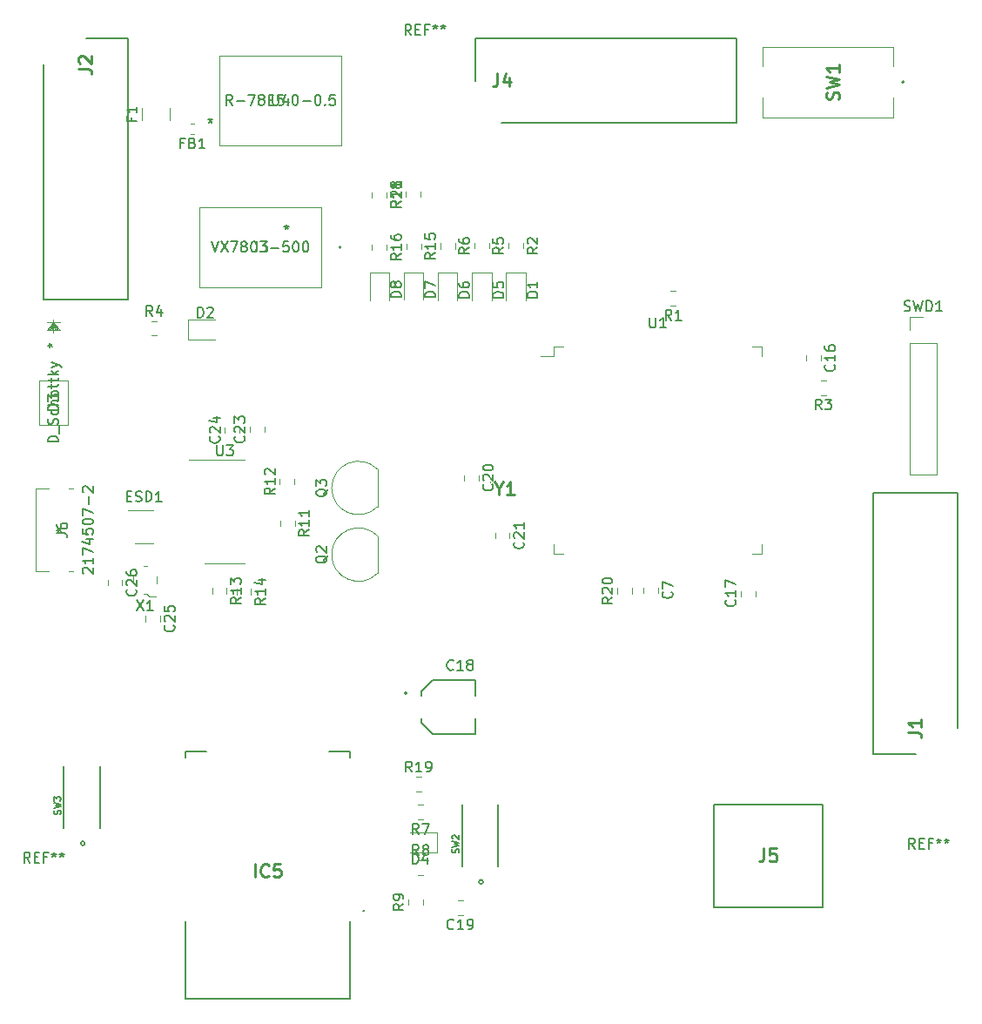
<source format=gbr>
%TF.GenerationSoftware,KiCad,Pcbnew,(5.1.10-1-10_14)*%
%TF.CreationDate,2021-10-15T10:29:32-04:00*%
%TF.ProjectId,main_controller,6d61696e-5f63-46f6-9e74-726f6c6c6572,rev?*%
%TF.SameCoordinates,Original*%
%TF.FileFunction,Legend,Top*%
%TF.FilePolarity,Positive*%
%FSLAX46Y46*%
G04 Gerber Fmt 4.6, Leading zero omitted, Abs format (unit mm)*
G04 Created by KiCad (PCBNEW (5.1.10-1-10_14)) date 2021-10-15 10:29:32*
%MOMM*%
%LPD*%
G01*
G04 APERTURE LIST*
%ADD10C,0.120000*%
%ADD11C,0.200000*%
%ADD12C,0.127000*%
%ADD13C,0.100000*%
%ADD14C,0.150000*%
%ADD15C,0.254000*%
G04 APERTURE END LIST*
D10*
%TO.C,R20*%
X163135000Y-84233578D02*
X163135000Y-83716422D01*
X161715000Y-84233578D02*
X161715000Y-83716422D01*
%TO.C,R19*%
X142116422Y-103485000D02*
X142633578Y-103485000D01*
X142116422Y-102065000D02*
X142633578Y-102065000D01*
%TO.C,R9*%
X142810000Y-114508578D02*
X142810000Y-113991422D01*
X141390000Y-114508578D02*
X141390000Y-113991422D01*
%TO.C,R8*%
X142303922Y-111585000D02*
X142821078Y-111585000D01*
X142303922Y-110165000D02*
X142821078Y-110165000D01*
%TO.C,C19*%
X146683578Y-114090000D02*
X146166422Y-114090000D01*
X146683578Y-115510000D02*
X146166422Y-115510000D01*
%TO.C,D4*%
X141525000Y-109410000D02*
X144210000Y-109410000D01*
X144210000Y-109410000D02*
X144210000Y-107490000D01*
X144210000Y-107490000D02*
X141525000Y-107490000D01*
%TO.C,U1*%
X155515000Y-61140000D02*
X154225000Y-61140000D01*
X155515000Y-60190000D02*
X155515000Y-61140000D01*
X156465000Y-60190000D02*
X155515000Y-60190000D01*
X175735000Y-60190000D02*
X175735000Y-61140000D01*
X174785000Y-60190000D02*
X175735000Y-60190000D01*
X155515000Y-80410000D02*
X155515000Y-79460000D01*
X156465000Y-80410000D02*
X155515000Y-80410000D01*
X175735000Y-80410000D02*
X175735000Y-79460000D01*
X174785000Y-80410000D02*
X175735000Y-80410000D01*
%TO.C,C17*%
X175135000Y-84496078D02*
X175135000Y-83978922D01*
X173715000Y-84496078D02*
X173715000Y-83978922D01*
%TO.C,C16*%
X180065000Y-61091422D02*
X180065000Y-61608578D01*
X181485000Y-61091422D02*
X181485000Y-61608578D01*
%TO.C,Q3*%
X138375000Y-75780000D02*
X138375000Y-72180000D01*
X138363478Y-72141522D02*
G75*
G03*
X133925000Y-73980000I-1838478J-1838478D01*
G01*
X138363478Y-75818478D02*
G75*
G02*
X133925000Y-73980000I-1838478J1838478D01*
G01*
%TO.C,X1*%
X116155000Y-84485000D02*
X116845000Y-84485000D01*
X116885000Y-82605000D02*
X116885000Y-83245000D01*
X114665000Y-82605000D02*
X114665000Y-83245000D01*
X115935000Y-84285000D02*
X115605000Y-84285000D01*
X115945000Y-81565000D02*
X115605000Y-81565000D01*
X116155000Y-84485000D02*
G75*
G02*
X115935000Y-84285000I90000J320000D01*
G01*
%TO.C,U3*%
X123525000Y-71220000D02*
X120075000Y-71220000D01*
X123525000Y-71220000D02*
X125475000Y-71220000D01*
X123525000Y-81340000D02*
X121575000Y-81340000D01*
X123525000Y-81340000D02*
X125475000Y-81340000D01*
%TO.C,R14*%
X124665000Y-83803922D02*
X124665000Y-84321078D01*
X126085000Y-83803922D02*
X126085000Y-84321078D01*
%TO.C,R13*%
X122290000Y-83716422D02*
X122290000Y-84233578D01*
X123710000Y-83716422D02*
X123710000Y-84233578D01*
%TO.C,R12*%
X130310000Y-73608578D02*
X130310000Y-73091422D01*
X128890000Y-73608578D02*
X128890000Y-73091422D01*
%TO.C,R11*%
X128915000Y-77141422D02*
X128915000Y-77658578D01*
X130335000Y-77141422D02*
X130335000Y-77658578D01*
%TO.C,R7*%
X142808578Y-104790000D02*
X142291422Y-104790000D01*
X142808578Y-106210000D02*
X142291422Y-106210000D01*
%TO.C,R4*%
X116416422Y-59160000D02*
X116933578Y-59160000D01*
X116416422Y-57740000D02*
X116933578Y-57740000D01*
%TO.C,R3*%
X181996078Y-63540000D02*
X181478922Y-63540000D01*
X181996078Y-64960000D02*
X181478922Y-64960000D01*
%TO.C,R1*%
X167396078Y-54840000D02*
X166878922Y-54840000D01*
X167396078Y-56260000D02*
X166878922Y-56260000D01*
%TO.C,Q2*%
X138375000Y-82255000D02*
X138375000Y-78655000D01*
X138363478Y-78616522D02*
G75*
G03*
X133925000Y-80455000I-1838478J-1838478D01*
G01*
X138363478Y-82293478D02*
G75*
G02*
X133925000Y-80455000I-1838478J1838478D01*
G01*
D11*
%TO.C,J5*%
X181675000Y-104725000D02*
X181675000Y-114725000D01*
X171075000Y-104725000D02*
X181675000Y-104725000D01*
X171075000Y-114725000D02*
X171075000Y-104725000D01*
X181675000Y-114725000D02*
X171075000Y-114725000D01*
%TO.C,J4*%
X147940000Y-30275000D02*
X147940000Y-34375000D01*
X173340000Y-30275000D02*
X147940000Y-30275000D01*
X173340000Y-38475000D02*
X173340000Y-30275000D01*
X150480000Y-38475000D02*
X173340000Y-38475000D01*
%TO.C,J2*%
X114125000Y-30260000D02*
X110025000Y-30260000D01*
X114125000Y-55660000D02*
X114125000Y-30260000D01*
X105925000Y-55660000D02*
X114125000Y-55660000D01*
X105925000Y-32800000D02*
X105925000Y-55660000D01*
%TO.C,J1*%
X186600000Y-99865000D02*
X190700000Y-99865000D01*
X186600000Y-74465000D02*
X186600000Y-99865000D01*
X194800000Y-74465000D02*
X186600000Y-74465000D01*
X194800000Y-97325000D02*
X194800000Y-74465000D01*
D10*
%TO.C,FB1*%
X120537779Y-38565000D02*
X120212221Y-38565000D01*
X120537779Y-39585000D02*
X120212221Y-39585000D01*
%TO.C,F1*%
X118185000Y-38227064D02*
X118185000Y-37022936D01*
X115465000Y-38227064D02*
X115465000Y-37022936D01*
%TO.C,C26*%
X112140000Y-82941422D02*
X112140000Y-83458578D01*
X113560000Y-82941422D02*
X113560000Y-83458578D01*
%TO.C,C25*%
X115840000Y-86428922D02*
X115840000Y-86946078D01*
X117260000Y-86428922D02*
X117260000Y-86946078D01*
%TO.C,C24*%
X124960000Y-68583578D02*
X124960000Y-68066422D01*
X123540000Y-68583578D02*
X123540000Y-68066422D01*
%TO.C,C23*%
X127385000Y-68558578D02*
X127385000Y-68041422D01*
X125965000Y-68558578D02*
X125965000Y-68041422D01*
D11*
%TO.C,C18*%
X141225000Y-93925000D02*
G75*
G03*
X141225000Y-93925000I-100000J0D01*
G01*
D12*
X147925000Y-97925000D02*
X147925000Y-96395000D01*
X147925000Y-94155000D02*
X147925000Y-92625000D01*
X142625000Y-96395000D02*
X142625000Y-96825000D01*
X142625000Y-93725000D02*
X142625000Y-94155000D01*
X143725000Y-92625000D02*
X142625000Y-93725000D01*
X147925000Y-92625000D02*
X143725000Y-92625000D01*
X143725000Y-97925000D02*
X147925000Y-97925000D01*
X142625000Y-96825000D02*
X143725000Y-97925000D01*
D10*
%TO.C,C7*%
X164265000Y-83653922D02*
X164265000Y-84171078D01*
X165685000Y-83653922D02*
X165685000Y-84171078D01*
%TO.C,D2*%
X119935001Y-59555001D02*
X122620001Y-59555001D01*
X119935001Y-57635001D02*
X119935001Y-59555001D01*
X122620001Y-57635001D02*
X119935001Y-57635001D01*
%TO.C,SWD1*%
X190120000Y-57320000D02*
X191450000Y-57320000D01*
X190120000Y-58650000D02*
X190120000Y-57320000D01*
X190120000Y-59920000D02*
X192780000Y-59920000D01*
X192780000Y-59920000D02*
X192780000Y-72680000D01*
X190120000Y-59920000D02*
X190120000Y-72680000D01*
X190120000Y-72680000D02*
X192780000Y-72680000D01*
%TO.C,ESD1*%
X114775000Y-79360000D02*
X116575000Y-79360000D01*
X116575000Y-76140000D02*
X114125000Y-76140000D01*
%TO.C,C20*%
X146815000Y-72716422D02*
X146815000Y-73233578D01*
X148235000Y-72716422D02*
X148235000Y-73233578D01*
%TO.C,C21*%
X151235000Y-78341422D02*
X151235000Y-78858578D01*
X149815000Y-78341422D02*
X149815000Y-78858578D01*
%TO.C,D5*%
X147565000Y-53040000D02*
X147565000Y-55725000D01*
X149485000Y-53040000D02*
X147565000Y-53040000D01*
X149485000Y-55725000D02*
X149485000Y-53040000D01*
%TO.C,D6*%
X146160000Y-55712500D02*
X146160000Y-53027500D01*
X146160000Y-53027500D02*
X144240000Y-53027500D01*
X144240000Y-53027500D02*
X144240000Y-55712500D01*
%TO.C,D7*%
X140940000Y-53002500D02*
X140940000Y-55687500D01*
X142860000Y-53002500D02*
X140940000Y-53002500D01*
X142860000Y-55687500D02*
X142860000Y-53002500D01*
%TO.C,D8*%
X139535000Y-55700000D02*
X139535000Y-53015000D01*
X139535000Y-53015000D02*
X137615000Y-53015000D01*
X137615000Y-53015000D02*
X137615000Y-55700000D01*
%TO.C,R2*%
X151140000Y-50166422D02*
X151140000Y-50683578D01*
X152560000Y-50166422D02*
X152560000Y-50683578D01*
%TO.C,R5*%
X147815000Y-50166422D02*
X147815000Y-50683578D01*
X149235000Y-50166422D02*
X149235000Y-50683578D01*
%TO.C,R6*%
X145910000Y-50191422D02*
X145910000Y-50708578D01*
X144490000Y-50191422D02*
X144490000Y-50708578D01*
%TO.C,R15*%
X141190000Y-50216422D02*
X141190000Y-50733578D01*
X142610000Y-50216422D02*
X142610000Y-50733578D01*
%TO.C,R16*%
X139285000Y-50303922D02*
X139285000Y-50821078D01*
X137865000Y-50303922D02*
X137865000Y-50821078D01*
%TO.C,D1*%
X150890000Y-53027500D02*
X150890000Y-55712500D01*
X152810000Y-53027500D02*
X150890000Y-53027500D01*
X152810000Y-55712500D02*
X152810000Y-53027500D01*
%TO.C,R18*%
X139285000Y-45216422D02*
X139285000Y-45733578D01*
X137865000Y-45216422D02*
X137865000Y-45733578D01*
%TO.C,R21*%
X142585000Y-45683578D02*
X142585000Y-45166422D01*
X141165000Y-45683578D02*
X141165000Y-45166422D01*
%TO.C,D3*%
X108302000Y-63511000D02*
X105448000Y-63511000D01*
X108302000Y-67865000D02*
X108302000Y-63511000D01*
X105448000Y-67865000D02*
X108302000Y-67865000D01*
X105448000Y-63511000D02*
X105448000Y-67865000D01*
X107510000Y-58652200D02*
X106240000Y-58652200D01*
X106875000Y-57890200D02*
X106748000Y-58652200D01*
X106875000Y-57890200D02*
X106621000Y-58652200D01*
X106875000Y-57890200D02*
X106494000Y-58652200D01*
X106875000Y-57890200D02*
X106367000Y-58652200D01*
X106875000Y-57890200D02*
X106240000Y-58652200D01*
X106875000Y-57890200D02*
X107002000Y-58652200D01*
X106875000Y-57890200D02*
X107129000Y-58652200D01*
X106875000Y-57890200D02*
X107256000Y-58652200D01*
X106875000Y-57890200D02*
X107383000Y-58652200D01*
X106875000Y-57890200D02*
X107510000Y-58652200D01*
X107510000Y-57890200D02*
X106240000Y-57890200D01*
X106875000Y-58906200D02*
X106875000Y-57636200D01*
D11*
%TO.C,IC5*%
X135700000Y-99625000D02*
X133700000Y-99625000D01*
X135700000Y-100225000D02*
X135700000Y-99625000D01*
X119700000Y-99625000D02*
X119700000Y-100225000D01*
X121700000Y-99625000D02*
X119700000Y-99625000D01*
X119700000Y-123625000D02*
X119700000Y-116125000D01*
X135700000Y-123625000D02*
X119700000Y-123625000D01*
X135700000Y-116125000D02*
X135700000Y-123625000D01*
X137000000Y-115125000D02*
X137000000Y-115125000D01*
X137100000Y-115125000D02*
X137100000Y-115125000D01*
X137000000Y-115125000D02*
X137000000Y-115125000D01*
X137100000Y-115125000D02*
G75*
G02*
X137000000Y-115125000I-50000J0D01*
G01*
X137000000Y-115125000D02*
G75*
G02*
X137100000Y-115125000I50000J0D01*
G01*
X137100000Y-115125000D02*
G75*
G02*
X137000000Y-115125000I-50000J0D01*
G01*
D10*
%TO.C,J3*%
X134845900Y-50572000D02*
G75*
G03*
X134845900Y-50572000I-127000J0D01*
G01*
X132940900Y-54470900D02*
X132940900Y-46673100D01*
X121079100Y-54470900D02*
X132940900Y-54470900D01*
X121079100Y-46673100D02*
X121079100Y-54470900D01*
X132940900Y-46673100D02*
X121079100Y-46673100D01*
X132813900Y-54470900D02*
X121206100Y-54470900D01*
D13*
%TO.C,SW1*%
X175826000Y-31071000D02*
X175826000Y-33000000D01*
X188526000Y-31071000D02*
X175826000Y-31071000D01*
X188526000Y-33000000D02*
X188526000Y-31071000D01*
X175826000Y-37929000D02*
X175826000Y-36000000D01*
X188526000Y-37929000D02*
X175826000Y-37929000D01*
X188526000Y-36000000D02*
X188526000Y-37929000D01*
D11*
X189476000Y-34600000D02*
X189476000Y-34600000D01*
X189476000Y-34400000D02*
X189476000Y-34400000D01*
X189476000Y-34600000D02*
G75*
G02*
X189476000Y-34400000I0J100000D01*
G01*
X189476000Y-34400000D02*
G75*
G02*
X189476000Y-34600000I0J-100000D01*
G01*
%TO.C,SW2*%
X148650000Y-112275000D02*
G75*
G03*
X148650000Y-112275000I-200000J0D01*
G01*
D12*
X150100000Y-104775000D02*
X150100000Y-110775000D01*
X146600000Y-110775000D02*
X146600000Y-104775000D01*
%TO.C,SW3*%
X107875000Y-107025000D02*
X107875000Y-101025000D01*
X111375000Y-101025000D02*
X111375000Y-107025000D01*
D11*
X109925000Y-108525000D02*
G75*
G03*
X109925000Y-108525000I-200000J0D01*
G01*
D10*
%TO.C,U4*%
X123019100Y-31918499D02*
X123019100Y-40681499D01*
X134880900Y-31918499D02*
X123019100Y-31918499D01*
X134880900Y-40681499D02*
X134880900Y-31918499D01*
X123019100Y-40681499D02*
X134880900Y-40681499D01*
D13*
%TO.C,Y1*%
X149375000Y-73475000D02*
X149375000Y-73475000D01*
X149375000Y-73375000D02*
X149375000Y-73375000D01*
X149375000Y-73475000D02*
G75*
G02*
X149375000Y-73375000I0J50000D01*
G01*
X149375000Y-73375000D02*
G75*
G02*
X149375000Y-73475000I0J-50000D01*
G01*
D10*
%TO.C,J6*%
X108382340Y-82077600D02*
X108821661Y-82077600D01*
X108821661Y-74025800D02*
X108382340Y-74025800D01*
X106421460Y-74025800D02*
X105121099Y-74025800D01*
X105121099Y-82077600D02*
X106421460Y-82077600D01*
X105121099Y-74025800D02*
X105121099Y-82077600D01*
%TO.C,REF\u002A\u002A*%
D14*
X141666666Y-29927380D02*
X141333333Y-29451190D01*
X141095238Y-29927380D02*
X141095238Y-28927380D01*
X141476190Y-28927380D01*
X141571428Y-28975000D01*
X141619047Y-29022619D01*
X141666666Y-29117857D01*
X141666666Y-29260714D01*
X141619047Y-29355952D01*
X141571428Y-29403571D01*
X141476190Y-29451190D01*
X141095238Y-29451190D01*
X142095238Y-29403571D02*
X142428571Y-29403571D01*
X142571428Y-29927380D02*
X142095238Y-29927380D01*
X142095238Y-28927380D01*
X142571428Y-28927380D01*
X143333333Y-29403571D02*
X143000000Y-29403571D01*
X143000000Y-29927380D02*
X143000000Y-28927380D01*
X143476190Y-28927380D01*
X144000000Y-28927380D02*
X144000000Y-29165476D01*
X143761904Y-29070238D02*
X144000000Y-29165476D01*
X144238095Y-29070238D01*
X143857142Y-29355952D02*
X144000000Y-29165476D01*
X144142857Y-29355952D01*
X144761904Y-28927380D02*
X144761904Y-29165476D01*
X144523809Y-29070238D02*
X144761904Y-29165476D01*
X145000000Y-29070238D01*
X144619047Y-29355952D02*
X144761904Y-29165476D01*
X144904761Y-29355952D01*
X190641666Y-109052380D02*
X190308333Y-108576190D01*
X190070238Y-109052380D02*
X190070238Y-108052380D01*
X190451190Y-108052380D01*
X190546428Y-108100000D01*
X190594047Y-108147619D01*
X190641666Y-108242857D01*
X190641666Y-108385714D01*
X190594047Y-108480952D01*
X190546428Y-108528571D01*
X190451190Y-108576190D01*
X190070238Y-108576190D01*
X191070238Y-108528571D02*
X191403571Y-108528571D01*
X191546428Y-109052380D02*
X191070238Y-109052380D01*
X191070238Y-108052380D01*
X191546428Y-108052380D01*
X192308333Y-108528571D02*
X191975000Y-108528571D01*
X191975000Y-109052380D02*
X191975000Y-108052380D01*
X192451190Y-108052380D01*
X192975000Y-108052380D02*
X192975000Y-108290476D01*
X192736904Y-108195238D02*
X192975000Y-108290476D01*
X193213095Y-108195238D01*
X192832142Y-108480952D02*
X192975000Y-108290476D01*
X193117857Y-108480952D01*
X193736904Y-108052380D02*
X193736904Y-108290476D01*
X193498809Y-108195238D02*
X193736904Y-108290476D01*
X193975000Y-108195238D01*
X193594047Y-108480952D02*
X193736904Y-108290476D01*
X193879761Y-108480952D01*
X104591666Y-110402380D02*
X104258333Y-109926190D01*
X104020238Y-110402380D02*
X104020238Y-109402380D01*
X104401190Y-109402380D01*
X104496428Y-109450000D01*
X104544047Y-109497619D01*
X104591666Y-109592857D01*
X104591666Y-109735714D01*
X104544047Y-109830952D01*
X104496428Y-109878571D01*
X104401190Y-109926190D01*
X104020238Y-109926190D01*
X105020238Y-109878571D02*
X105353571Y-109878571D01*
X105496428Y-110402380D02*
X105020238Y-110402380D01*
X105020238Y-109402380D01*
X105496428Y-109402380D01*
X106258333Y-109878571D02*
X105925000Y-109878571D01*
X105925000Y-110402380D02*
X105925000Y-109402380D01*
X106401190Y-109402380D01*
X106925000Y-109402380D02*
X106925000Y-109640476D01*
X106686904Y-109545238D02*
X106925000Y-109640476D01*
X107163095Y-109545238D01*
X106782142Y-109830952D02*
X106925000Y-109640476D01*
X107067857Y-109830952D01*
X107686904Y-109402380D02*
X107686904Y-109640476D01*
X107448809Y-109545238D02*
X107686904Y-109640476D01*
X107925000Y-109545238D01*
X107544047Y-109830952D02*
X107686904Y-109640476D01*
X107829761Y-109830952D01*
%TO.C,R20*%
X161227380Y-84617857D02*
X160751190Y-84951190D01*
X161227380Y-85189285D02*
X160227380Y-85189285D01*
X160227380Y-84808333D01*
X160275000Y-84713095D01*
X160322619Y-84665476D01*
X160417857Y-84617857D01*
X160560714Y-84617857D01*
X160655952Y-84665476D01*
X160703571Y-84713095D01*
X160751190Y-84808333D01*
X160751190Y-85189285D01*
X160322619Y-84236904D02*
X160275000Y-84189285D01*
X160227380Y-84094047D01*
X160227380Y-83855952D01*
X160275000Y-83760714D01*
X160322619Y-83713095D01*
X160417857Y-83665476D01*
X160513095Y-83665476D01*
X160655952Y-83713095D01*
X161227380Y-84284523D01*
X161227380Y-83665476D01*
X160227380Y-83046428D02*
X160227380Y-82951190D01*
X160275000Y-82855952D01*
X160322619Y-82808333D01*
X160417857Y-82760714D01*
X160608333Y-82713095D01*
X160846428Y-82713095D01*
X161036904Y-82760714D01*
X161132142Y-82808333D01*
X161179761Y-82855952D01*
X161227380Y-82951190D01*
X161227380Y-83046428D01*
X161179761Y-83141666D01*
X161132142Y-83189285D01*
X161036904Y-83236904D01*
X160846428Y-83284523D01*
X160608333Y-83284523D01*
X160417857Y-83236904D01*
X160322619Y-83189285D01*
X160275000Y-83141666D01*
X160227380Y-83046428D01*
%TO.C,R19*%
X141732142Y-101577380D02*
X141398809Y-101101190D01*
X141160714Y-101577380D02*
X141160714Y-100577380D01*
X141541666Y-100577380D01*
X141636904Y-100625000D01*
X141684523Y-100672619D01*
X141732142Y-100767857D01*
X141732142Y-100910714D01*
X141684523Y-101005952D01*
X141636904Y-101053571D01*
X141541666Y-101101190D01*
X141160714Y-101101190D01*
X142684523Y-101577380D02*
X142113095Y-101577380D01*
X142398809Y-101577380D02*
X142398809Y-100577380D01*
X142303571Y-100720238D01*
X142208333Y-100815476D01*
X142113095Y-100863095D01*
X143160714Y-101577380D02*
X143351190Y-101577380D01*
X143446428Y-101529761D01*
X143494047Y-101482142D01*
X143589285Y-101339285D01*
X143636904Y-101148809D01*
X143636904Y-100767857D01*
X143589285Y-100672619D01*
X143541666Y-100625000D01*
X143446428Y-100577380D01*
X143255952Y-100577380D01*
X143160714Y-100625000D01*
X143113095Y-100672619D01*
X143065476Y-100767857D01*
X143065476Y-101005952D01*
X143113095Y-101101190D01*
X143160714Y-101148809D01*
X143255952Y-101196428D01*
X143446428Y-101196428D01*
X143541666Y-101148809D01*
X143589285Y-101101190D01*
X143636904Y-101005952D01*
%TO.C,R9*%
X140902380Y-114416666D02*
X140426190Y-114750000D01*
X140902380Y-114988095D02*
X139902380Y-114988095D01*
X139902380Y-114607142D01*
X139950000Y-114511904D01*
X139997619Y-114464285D01*
X140092857Y-114416666D01*
X140235714Y-114416666D01*
X140330952Y-114464285D01*
X140378571Y-114511904D01*
X140426190Y-114607142D01*
X140426190Y-114988095D01*
X140902380Y-113940476D02*
X140902380Y-113750000D01*
X140854761Y-113654761D01*
X140807142Y-113607142D01*
X140664285Y-113511904D01*
X140473809Y-113464285D01*
X140092857Y-113464285D01*
X139997619Y-113511904D01*
X139950000Y-113559523D01*
X139902380Y-113654761D01*
X139902380Y-113845238D01*
X139950000Y-113940476D01*
X139997619Y-113988095D01*
X140092857Y-114035714D01*
X140330952Y-114035714D01*
X140426190Y-113988095D01*
X140473809Y-113940476D01*
X140521428Y-113845238D01*
X140521428Y-113654761D01*
X140473809Y-113559523D01*
X140426190Y-113511904D01*
X140330952Y-113464285D01*
%TO.C,R8*%
X142395833Y-109677380D02*
X142062500Y-109201190D01*
X141824404Y-109677380D02*
X141824404Y-108677380D01*
X142205357Y-108677380D01*
X142300595Y-108725000D01*
X142348214Y-108772619D01*
X142395833Y-108867857D01*
X142395833Y-109010714D01*
X142348214Y-109105952D01*
X142300595Y-109153571D01*
X142205357Y-109201190D01*
X141824404Y-109201190D01*
X142967261Y-109105952D02*
X142872023Y-109058333D01*
X142824404Y-109010714D01*
X142776785Y-108915476D01*
X142776785Y-108867857D01*
X142824404Y-108772619D01*
X142872023Y-108725000D01*
X142967261Y-108677380D01*
X143157738Y-108677380D01*
X143252976Y-108725000D01*
X143300595Y-108772619D01*
X143348214Y-108867857D01*
X143348214Y-108915476D01*
X143300595Y-109010714D01*
X143252976Y-109058333D01*
X143157738Y-109105952D01*
X142967261Y-109105952D01*
X142872023Y-109153571D01*
X142824404Y-109201190D01*
X142776785Y-109296428D01*
X142776785Y-109486904D01*
X142824404Y-109582142D01*
X142872023Y-109629761D01*
X142967261Y-109677380D01*
X143157738Y-109677380D01*
X143252976Y-109629761D01*
X143300595Y-109582142D01*
X143348214Y-109486904D01*
X143348214Y-109296428D01*
X143300595Y-109201190D01*
X143252976Y-109153571D01*
X143157738Y-109105952D01*
%TO.C,C19*%
X145782142Y-116807142D02*
X145734523Y-116854761D01*
X145591666Y-116902380D01*
X145496428Y-116902380D01*
X145353571Y-116854761D01*
X145258333Y-116759523D01*
X145210714Y-116664285D01*
X145163095Y-116473809D01*
X145163095Y-116330952D01*
X145210714Y-116140476D01*
X145258333Y-116045238D01*
X145353571Y-115950000D01*
X145496428Y-115902380D01*
X145591666Y-115902380D01*
X145734523Y-115950000D01*
X145782142Y-115997619D01*
X146734523Y-116902380D02*
X146163095Y-116902380D01*
X146448809Y-116902380D02*
X146448809Y-115902380D01*
X146353571Y-116045238D01*
X146258333Y-116140476D01*
X146163095Y-116188095D01*
X147210714Y-116902380D02*
X147401190Y-116902380D01*
X147496428Y-116854761D01*
X147544047Y-116807142D01*
X147639285Y-116664285D01*
X147686904Y-116473809D01*
X147686904Y-116092857D01*
X147639285Y-115997619D01*
X147591666Y-115950000D01*
X147496428Y-115902380D01*
X147305952Y-115902380D01*
X147210714Y-115950000D01*
X147163095Y-115997619D01*
X147115476Y-116092857D01*
X147115476Y-116330952D01*
X147163095Y-116426190D01*
X147210714Y-116473809D01*
X147305952Y-116521428D01*
X147496428Y-116521428D01*
X147591666Y-116473809D01*
X147639285Y-116426190D01*
X147686904Y-116330952D01*
%TO.C,D4*%
X141786904Y-110552380D02*
X141786904Y-109552380D01*
X142025000Y-109552380D01*
X142167857Y-109600000D01*
X142263095Y-109695238D01*
X142310714Y-109790476D01*
X142358333Y-109980952D01*
X142358333Y-110123809D01*
X142310714Y-110314285D01*
X142263095Y-110409523D01*
X142167857Y-110504761D01*
X142025000Y-110552380D01*
X141786904Y-110552380D01*
X143215476Y-109885714D02*
X143215476Y-110552380D01*
X142977380Y-109504761D02*
X142739285Y-110219047D01*
X143358333Y-110219047D01*
%TO.C,U1*%
X164863095Y-57402380D02*
X164863095Y-58211904D01*
X164910714Y-58307142D01*
X164958333Y-58354761D01*
X165053571Y-58402380D01*
X165244047Y-58402380D01*
X165339285Y-58354761D01*
X165386904Y-58307142D01*
X165434523Y-58211904D01*
X165434523Y-57402380D01*
X166434523Y-58402380D02*
X165863095Y-58402380D01*
X166148809Y-58402380D02*
X166148809Y-57402380D01*
X166053571Y-57545238D01*
X165958333Y-57640476D01*
X165863095Y-57688095D01*
%TO.C,C17*%
X173132142Y-84880357D02*
X173179761Y-84927976D01*
X173227380Y-85070833D01*
X173227380Y-85166071D01*
X173179761Y-85308928D01*
X173084523Y-85404166D01*
X172989285Y-85451785D01*
X172798809Y-85499404D01*
X172655952Y-85499404D01*
X172465476Y-85451785D01*
X172370238Y-85404166D01*
X172275000Y-85308928D01*
X172227380Y-85166071D01*
X172227380Y-85070833D01*
X172275000Y-84927976D01*
X172322619Y-84880357D01*
X173227380Y-83927976D02*
X173227380Y-84499404D01*
X173227380Y-84213690D02*
X172227380Y-84213690D01*
X172370238Y-84308928D01*
X172465476Y-84404166D01*
X172513095Y-84499404D01*
X172227380Y-83594642D02*
X172227380Y-82927976D01*
X173227380Y-83356547D01*
%TO.C,C16*%
X182782142Y-61992857D02*
X182829761Y-62040476D01*
X182877380Y-62183333D01*
X182877380Y-62278571D01*
X182829761Y-62421428D01*
X182734523Y-62516666D01*
X182639285Y-62564285D01*
X182448809Y-62611904D01*
X182305952Y-62611904D01*
X182115476Y-62564285D01*
X182020238Y-62516666D01*
X181925000Y-62421428D01*
X181877380Y-62278571D01*
X181877380Y-62183333D01*
X181925000Y-62040476D01*
X181972619Y-61992857D01*
X182877380Y-61040476D02*
X182877380Y-61611904D01*
X182877380Y-61326190D02*
X181877380Y-61326190D01*
X182020238Y-61421428D01*
X182115476Y-61516666D01*
X182163095Y-61611904D01*
X181877380Y-60183333D02*
X181877380Y-60373809D01*
X181925000Y-60469047D01*
X181972619Y-60516666D01*
X182115476Y-60611904D01*
X182305952Y-60659523D01*
X182686904Y-60659523D01*
X182782142Y-60611904D01*
X182829761Y-60564285D01*
X182877380Y-60469047D01*
X182877380Y-60278571D01*
X182829761Y-60183333D01*
X182782142Y-60135714D01*
X182686904Y-60088095D01*
X182448809Y-60088095D01*
X182353571Y-60135714D01*
X182305952Y-60183333D01*
X182258333Y-60278571D01*
X182258333Y-60469047D01*
X182305952Y-60564285D01*
X182353571Y-60611904D01*
X182448809Y-60659523D01*
%TO.C,Q3*%
X133512619Y-74075238D02*
X133465000Y-74170476D01*
X133369761Y-74265714D01*
X133226904Y-74408571D01*
X133179285Y-74503809D01*
X133179285Y-74599047D01*
X133417380Y-74551428D02*
X133369761Y-74646666D01*
X133274523Y-74741904D01*
X133084047Y-74789523D01*
X132750714Y-74789523D01*
X132560238Y-74741904D01*
X132465000Y-74646666D01*
X132417380Y-74551428D01*
X132417380Y-74360952D01*
X132465000Y-74265714D01*
X132560238Y-74170476D01*
X132750714Y-74122857D01*
X133084047Y-74122857D01*
X133274523Y-74170476D01*
X133369761Y-74265714D01*
X133417380Y-74360952D01*
X133417380Y-74551428D01*
X132417380Y-73789523D02*
X132417380Y-73170476D01*
X132798333Y-73503809D01*
X132798333Y-73360952D01*
X132845952Y-73265714D01*
X132893571Y-73218095D01*
X132988809Y-73170476D01*
X133226904Y-73170476D01*
X133322142Y-73218095D01*
X133369761Y-73265714D01*
X133417380Y-73360952D01*
X133417380Y-73646666D01*
X133369761Y-73741904D01*
X133322142Y-73789523D01*
%TO.C,X1*%
X114965476Y-84877380D02*
X115632142Y-85877380D01*
X115632142Y-84877380D02*
X114965476Y-85877380D01*
X116536904Y-85877380D02*
X115965476Y-85877380D01*
X116251190Y-85877380D02*
X116251190Y-84877380D01*
X116155952Y-85020238D01*
X116060714Y-85115476D01*
X115965476Y-85163095D01*
%TO.C,U3*%
X122763095Y-69832380D02*
X122763095Y-70641904D01*
X122810714Y-70737142D01*
X122858333Y-70784761D01*
X122953571Y-70832380D01*
X123144047Y-70832380D01*
X123239285Y-70784761D01*
X123286904Y-70737142D01*
X123334523Y-70641904D01*
X123334523Y-69832380D01*
X123715476Y-69832380D02*
X124334523Y-69832380D01*
X124001190Y-70213333D01*
X124144047Y-70213333D01*
X124239285Y-70260952D01*
X124286904Y-70308571D01*
X124334523Y-70403809D01*
X124334523Y-70641904D01*
X124286904Y-70737142D01*
X124239285Y-70784761D01*
X124144047Y-70832380D01*
X123858333Y-70832380D01*
X123763095Y-70784761D01*
X123715476Y-70737142D01*
%TO.C,R14*%
X127477380Y-84705357D02*
X127001190Y-85038690D01*
X127477380Y-85276785D02*
X126477380Y-85276785D01*
X126477380Y-84895833D01*
X126525000Y-84800595D01*
X126572619Y-84752976D01*
X126667857Y-84705357D01*
X126810714Y-84705357D01*
X126905952Y-84752976D01*
X126953571Y-84800595D01*
X127001190Y-84895833D01*
X127001190Y-85276785D01*
X127477380Y-83752976D02*
X127477380Y-84324404D01*
X127477380Y-84038690D02*
X126477380Y-84038690D01*
X126620238Y-84133928D01*
X126715476Y-84229166D01*
X126763095Y-84324404D01*
X126810714Y-82895833D02*
X127477380Y-82895833D01*
X126429761Y-83133928D02*
X127144047Y-83372023D01*
X127144047Y-82752976D01*
%TO.C,R13*%
X125102380Y-84617857D02*
X124626190Y-84951190D01*
X125102380Y-85189285D02*
X124102380Y-85189285D01*
X124102380Y-84808333D01*
X124150000Y-84713095D01*
X124197619Y-84665476D01*
X124292857Y-84617857D01*
X124435714Y-84617857D01*
X124530952Y-84665476D01*
X124578571Y-84713095D01*
X124626190Y-84808333D01*
X124626190Y-85189285D01*
X125102380Y-83665476D02*
X125102380Y-84236904D01*
X125102380Y-83951190D02*
X124102380Y-83951190D01*
X124245238Y-84046428D01*
X124340476Y-84141666D01*
X124388095Y-84236904D01*
X124102380Y-83332142D02*
X124102380Y-82713095D01*
X124483333Y-83046428D01*
X124483333Y-82903571D01*
X124530952Y-82808333D01*
X124578571Y-82760714D01*
X124673809Y-82713095D01*
X124911904Y-82713095D01*
X125007142Y-82760714D01*
X125054761Y-82808333D01*
X125102380Y-82903571D01*
X125102380Y-83189285D01*
X125054761Y-83284523D01*
X125007142Y-83332142D01*
%TO.C,R12*%
X128402380Y-73992857D02*
X127926190Y-74326190D01*
X128402380Y-74564285D02*
X127402380Y-74564285D01*
X127402380Y-74183333D01*
X127450000Y-74088095D01*
X127497619Y-74040476D01*
X127592857Y-73992857D01*
X127735714Y-73992857D01*
X127830952Y-74040476D01*
X127878571Y-74088095D01*
X127926190Y-74183333D01*
X127926190Y-74564285D01*
X128402380Y-73040476D02*
X128402380Y-73611904D01*
X128402380Y-73326190D02*
X127402380Y-73326190D01*
X127545238Y-73421428D01*
X127640476Y-73516666D01*
X127688095Y-73611904D01*
X127497619Y-72659523D02*
X127450000Y-72611904D01*
X127402380Y-72516666D01*
X127402380Y-72278571D01*
X127450000Y-72183333D01*
X127497619Y-72135714D01*
X127592857Y-72088095D01*
X127688095Y-72088095D01*
X127830952Y-72135714D01*
X128402380Y-72707142D01*
X128402380Y-72088095D01*
%TO.C,R11*%
X131727380Y-78042857D02*
X131251190Y-78376190D01*
X131727380Y-78614285D02*
X130727380Y-78614285D01*
X130727380Y-78233333D01*
X130775000Y-78138095D01*
X130822619Y-78090476D01*
X130917857Y-78042857D01*
X131060714Y-78042857D01*
X131155952Y-78090476D01*
X131203571Y-78138095D01*
X131251190Y-78233333D01*
X131251190Y-78614285D01*
X131727380Y-77090476D02*
X131727380Y-77661904D01*
X131727380Y-77376190D02*
X130727380Y-77376190D01*
X130870238Y-77471428D01*
X130965476Y-77566666D01*
X131013095Y-77661904D01*
X131727380Y-76138095D02*
X131727380Y-76709523D01*
X131727380Y-76423809D02*
X130727380Y-76423809D01*
X130870238Y-76519047D01*
X130965476Y-76614285D01*
X131013095Y-76709523D01*
%TO.C,R7*%
X142383333Y-107602380D02*
X142050000Y-107126190D01*
X141811904Y-107602380D02*
X141811904Y-106602380D01*
X142192857Y-106602380D01*
X142288095Y-106650000D01*
X142335714Y-106697619D01*
X142383333Y-106792857D01*
X142383333Y-106935714D01*
X142335714Y-107030952D01*
X142288095Y-107078571D01*
X142192857Y-107126190D01*
X141811904Y-107126190D01*
X142716666Y-106602380D02*
X143383333Y-106602380D01*
X142954761Y-107602380D01*
%TO.C,R4*%
X116508333Y-57252380D02*
X116175000Y-56776190D01*
X115936904Y-57252380D02*
X115936904Y-56252380D01*
X116317857Y-56252380D01*
X116413095Y-56300000D01*
X116460714Y-56347619D01*
X116508333Y-56442857D01*
X116508333Y-56585714D01*
X116460714Y-56680952D01*
X116413095Y-56728571D01*
X116317857Y-56776190D01*
X115936904Y-56776190D01*
X117365476Y-56585714D02*
X117365476Y-57252380D01*
X117127380Y-56204761D02*
X116889285Y-56919047D01*
X117508333Y-56919047D01*
%TO.C,R3*%
X181570833Y-66352380D02*
X181237500Y-65876190D01*
X180999404Y-66352380D02*
X180999404Y-65352380D01*
X181380357Y-65352380D01*
X181475595Y-65400000D01*
X181523214Y-65447619D01*
X181570833Y-65542857D01*
X181570833Y-65685714D01*
X181523214Y-65780952D01*
X181475595Y-65828571D01*
X181380357Y-65876190D01*
X180999404Y-65876190D01*
X181904166Y-65352380D02*
X182523214Y-65352380D01*
X182189880Y-65733333D01*
X182332738Y-65733333D01*
X182427976Y-65780952D01*
X182475595Y-65828571D01*
X182523214Y-65923809D01*
X182523214Y-66161904D01*
X182475595Y-66257142D01*
X182427976Y-66304761D01*
X182332738Y-66352380D01*
X182047023Y-66352380D01*
X181951785Y-66304761D01*
X181904166Y-66257142D01*
%TO.C,R1*%
X166970833Y-57652380D02*
X166637500Y-57176190D01*
X166399404Y-57652380D02*
X166399404Y-56652380D01*
X166780357Y-56652380D01*
X166875595Y-56700000D01*
X166923214Y-56747619D01*
X166970833Y-56842857D01*
X166970833Y-56985714D01*
X166923214Y-57080952D01*
X166875595Y-57128571D01*
X166780357Y-57176190D01*
X166399404Y-57176190D01*
X167923214Y-57652380D02*
X167351785Y-57652380D01*
X167637500Y-57652380D02*
X167637500Y-56652380D01*
X167542261Y-56795238D01*
X167447023Y-56890476D01*
X167351785Y-56938095D01*
%TO.C,Q2*%
X133512619Y-80550238D02*
X133465000Y-80645476D01*
X133369761Y-80740714D01*
X133226904Y-80883571D01*
X133179285Y-80978809D01*
X133179285Y-81074047D01*
X133417380Y-81026428D02*
X133369761Y-81121666D01*
X133274523Y-81216904D01*
X133084047Y-81264523D01*
X132750714Y-81264523D01*
X132560238Y-81216904D01*
X132465000Y-81121666D01*
X132417380Y-81026428D01*
X132417380Y-80835952D01*
X132465000Y-80740714D01*
X132560238Y-80645476D01*
X132750714Y-80597857D01*
X133084047Y-80597857D01*
X133274523Y-80645476D01*
X133369761Y-80740714D01*
X133417380Y-80835952D01*
X133417380Y-81026428D01*
X132512619Y-80216904D02*
X132465000Y-80169285D01*
X132417380Y-80074047D01*
X132417380Y-79835952D01*
X132465000Y-79740714D01*
X132512619Y-79693095D01*
X132607857Y-79645476D01*
X132703095Y-79645476D01*
X132845952Y-79693095D01*
X133417380Y-80264523D01*
X133417380Y-79645476D01*
%TO.C,J5*%
D15*
X175951666Y-109029523D02*
X175951666Y-109936666D01*
X175891190Y-110118095D01*
X175770238Y-110239047D01*
X175588809Y-110299523D01*
X175467857Y-110299523D01*
X177161190Y-109029523D02*
X176556428Y-109029523D01*
X176495952Y-109634285D01*
X176556428Y-109573809D01*
X176677380Y-109513333D01*
X176979761Y-109513333D01*
X177100714Y-109573809D01*
X177161190Y-109634285D01*
X177221666Y-109755238D01*
X177221666Y-110057619D01*
X177161190Y-110178571D01*
X177100714Y-110239047D01*
X176979761Y-110299523D01*
X176677380Y-110299523D01*
X176556428Y-110239047D01*
X176495952Y-110178571D01*
%TO.C,J4*%
X150056666Y-33679523D02*
X150056666Y-34586666D01*
X149996190Y-34768095D01*
X149875238Y-34889047D01*
X149693809Y-34949523D01*
X149572857Y-34949523D01*
X151205714Y-34102857D02*
X151205714Y-34949523D01*
X150903333Y-33619047D02*
X150600952Y-34526190D01*
X151387142Y-34526190D01*
%TO.C,J2*%
X109329523Y-33223333D02*
X110236666Y-33223333D01*
X110418095Y-33283809D01*
X110539047Y-33404761D01*
X110599523Y-33586190D01*
X110599523Y-33707142D01*
X109450476Y-32679047D02*
X109390000Y-32618571D01*
X109329523Y-32497619D01*
X109329523Y-32195238D01*
X109390000Y-32074285D01*
X109450476Y-32013809D01*
X109571428Y-31953333D01*
X109692380Y-31953333D01*
X109873809Y-32013809D01*
X110599523Y-32739523D01*
X110599523Y-31953333D01*
%TO.C,J1*%
X190004523Y-97748333D02*
X190911666Y-97748333D01*
X191093095Y-97808809D01*
X191214047Y-97929761D01*
X191274523Y-98111190D01*
X191274523Y-98232142D01*
X191274523Y-96478333D02*
X191274523Y-97204047D01*
X191274523Y-96841190D02*
X190004523Y-96841190D01*
X190185952Y-96962142D01*
X190306904Y-97083095D01*
X190367380Y-97204047D01*
%TO.C,FB1*%
D14*
X119541666Y-40433571D02*
X119208333Y-40433571D01*
X119208333Y-40957380D02*
X119208333Y-39957380D01*
X119684523Y-39957380D01*
X120398809Y-40433571D02*
X120541666Y-40481190D01*
X120589285Y-40528809D01*
X120636904Y-40624047D01*
X120636904Y-40766904D01*
X120589285Y-40862142D01*
X120541666Y-40909761D01*
X120446428Y-40957380D01*
X120065476Y-40957380D01*
X120065476Y-39957380D01*
X120398809Y-39957380D01*
X120494047Y-40005000D01*
X120541666Y-40052619D01*
X120589285Y-40147857D01*
X120589285Y-40243095D01*
X120541666Y-40338333D01*
X120494047Y-40385952D01*
X120398809Y-40433571D01*
X120065476Y-40433571D01*
X121589285Y-40957380D02*
X121017857Y-40957380D01*
X121303571Y-40957380D02*
X121303571Y-39957380D01*
X121208333Y-40100238D01*
X121113095Y-40195476D01*
X121017857Y-40243095D01*
%TO.C,F1*%
X114473571Y-37958333D02*
X114473571Y-38291666D01*
X114997380Y-38291666D02*
X113997380Y-38291666D01*
X113997380Y-37815476D01*
X114997380Y-36910714D02*
X114997380Y-37482142D01*
X114997380Y-37196428D02*
X113997380Y-37196428D01*
X114140238Y-37291666D01*
X114235476Y-37386904D01*
X114283095Y-37482142D01*
%TO.C,C26*%
X114857142Y-83842857D02*
X114904761Y-83890476D01*
X114952380Y-84033333D01*
X114952380Y-84128571D01*
X114904761Y-84271428D01*
X114809523Y-84366666D01*
X114714285Y-84414285D01*
X114523809Y-84461904D01*
X114380952Y-84461904D01*
X114190476Y-84414285D01*
X114095238Y-84366666D01*
X114000000Y-84271428D01*
X113952380Y-84128571D01*
X113952380Y-84033333D01*
X114000000Y-83890476D01*
X114047619Y-83842857D01*
X114047619Y-83461904D02*
X114000000Y-83414285D01*
X113952380Y-83319047D01*
X113952380Y-83080952D01*
X114000000Y-82985714D01*
X114047619Y-82938095D01*
X114142857Y-82890476D01*
X114238095Y-82890476D01*
X114380952Y-82938095D01*
X114952380Y-83509523D01*
X114952380Y-82890476D01*
X113952380Y-82033333D02*
X113952380Y-82223809D01*
X114000000Y-82319047D01*
X114047619Y-82366666D01*
X114190476Y-82461904D01*
X114380952Y-82509523D01*
X114761904Y-82509523D01*
X114857142Y-82461904D01*
X114904761Y-82414285D01*
X114952380Y-82319047D01*
X114952380Y-82128571D01*
X114904761Y-82033333D01*
X114857142Y-81985714D01*
X114761904Y-81938095D01*
X114523809Y-81938095D01*
X114428571Y-81985714D01*
X114380952Y-82033333D01*
X114333333Y-82128571D01*
X114333333Y-82319047D01*
X114380952Y-82414285D01*
X114428571Y-82461904D01*
X114523809Y-82509523D01*
%TO.C,C25*%
X118557142Y-87330357D02*
X118604761Y-87377976D01*
X118652380Y-87520833D01*
X118652380Y-87616071D01*
X118604761Y-87758928D01*
X118509523Y-87854166D01*
X118414285Y-87901785D01*
X118223809Y-87949404D01*
X118080952Y-87949404D01*
X117890476Y-87901785D01*
X117795238Y-87854166D01*
X117700000Y-87758928D01*
X117652380Y-87616071D01*
X117652380Y-87520833D01*
X117700000Y-87377976D01*
X117747619Y-87330357D01*
X117747619Y-86949404D02*
X117700000Y-86901785D01*
X117652380Y-86806547D01*
X117652380Y-86568452D01*
X117700000Y-86473214D01*
X117747619Y-86425595D01*
X117842857Y-86377976D01*
X117938095Y-86377976D01*
X118080952Y-86425595D01*
X118652380Y-86997023D01*
X118652380Y-86377976D01*
X117652380Y-85473214D02*
X117652380Y-85949404D01*
X118128571Y-85997023D01*
X118080952Y-85949404D01*
X118033333Y-85854166D01*
X118033333Y-85616071D01*
X118080952Y-85520833D01*
X118128571Y-85473214D01*
X118223809Y-85425595D01*
X118461904Y-85425595D01*
X118557142Y-85473214D01*
X118604761Y-85520833D01*
X118652380Y-85616071D01*
X118652380Y-85854166D01*
X118604761Y-85949404D01*
X118557142Y-85997023D01*
%TO.C,C24*%
X122957142Y-68967857D02*
X123004761Y-69015476D01*
X123052380Y-69158333D01*
X123052380Y-69253571D01*
X123004761Y-69396428D01*
X122909523Y-69491666D01*
X122814285Y-69539285D01*
X122623809Y-69586904D01*
X122480952Y-69586904D01*
X122290476Y-69539285D01*
X122195238Y-69491666D01*
X122100000Y-69396428D01*
X122052380Y-69253571D01*
X122052380Y-69158333D01*
X122100000Y-69015476D01*
X122147619Y-68967857D01*
X122147619Y-68586904D02*
X122100000Y-68539285D01*
X122052380Y-68444047D01*
X122052380Y-68205952D01*
X122100000Y-68110714D01*
X122147619Y-68063095D01*
X122242857Y-68015476D01*
X122338095Y-68015476D01*
X122480952Y-68063095D01*
X123052380Y-68634523D01*
X123052380Y-68015476D01*
X122385714Y-67158333D02*
X123052380Y-67158333D01*
X122004761Y-67396428D02*
X122719047Y-67634523D01*
X122719047Y-67015476D01*
%TO.C,C23*%
X125382142Y-68942857D02*
X125429761Y-68990476D01*
X125477380Y-69133333D01*
X125477380Y-69228571D01*
X125429761Y-69371428D01*
X125334523Y-69466666D01*
X125239285Y-69514285D01*
X125048809Y-69561904D01*
X124905952Y-69561904D01*
X124715476Y-69514285D01*
X124620238Y-69466666D01*
X124525000Y-69371428D01*
X124477380Y-69228571D01*
X124477380Y-69133333D01*
X124525000Y-68990476D01*
X124572619Y-68942857D01*
X124572619Y-68561904D02*
X124525000Y-68514285D01*
X124477380Y-68419047D01*
X124477380Y-68180952D01*
X124525000Y-68085714D01*
X124572619Y-68038095D01*
X124667857Y-67990476D01*
X124763095Y-67990476D01*
X124905952Y-68038095D01*
X125477380Y-68609523D01*
X125477380Y-67990476D01*
X124477380Y-67657142D02*
X124477380Y-67038095D01*
X124858333Y-67371428D01*
X124858333Y-67228571D01*
X124905952Y-67133333D01*
X124953571Y-67085714D01*
X125048809Y-67038095D01*
X125286904Y-67038095D01*
X125382142Y-67085714D01*
X125429761Y-67133333D01*
X125477380Y-67228571D01*
X125477380Y-67514285D01*
X125429761Y-67609523D01*
X125382142Y-67657142D01*
%TO.C,C18*%
X145757142Y-91597142D02*
X145709523Y-91644761D01*
X145566666Y-91692380D01*
X145471428Y-91692380D01*
X145328571Y-91644761D01*
X145233333Y-91549523D01*
X145185714Y-91454285D01*
X145138095Y-91263809D01*
X145138095Y-91120952D01*
X145185714Y-90930476D01*
X145233333Y-90835238D01*
X145328571Y-90740000D01*
X145471428Y-90692380D01*
X145566666Y-90692380D01*
X145709523Y-90740000D01*
X145757142Y-90787619D01*
X146709523Y-91692380D02*
X146138095Y-91692380D01*
X146423809Y-91692380D02*
X146423809Y-90692380D01*
X146328571Y-90835238D01*
X146233333Y-90930476D01*
X146138095Y-90978095D01*
X147280952Y-91120952D02*
X147185714Y-91073333D01*
X147138095Y-91025714D01*
X147090476Y-90930476D01*
X147090476Y-90882857D01*
X147138095Y-90787619D01*
X147185714Y-90740000D01*
X147280952Y-90692380D01*
X147471428Y-90692380D01*
X147566666Y-90740000D01*
X147614285Y-90787619D01*
X147661904Y-90882857D01*
X147661904Y-90930476D01*
X147614285Y-91025714D01*
X147566666Y-91073333D01*
X147471428Y-91120952D01*
X147280952Y-91120952D01*
X147185714Y-91168571D01*
X147138095Y-91216190D01*
X147090476Y-91311428D01*
X147090476Y-91501904D01*
X147138095Y-91597142D01*
X147185714Y-91644761D01*
X147280952Y-91692380D01*
X147471428Y-91692380D01*
X147566666Y-91644761D01*
X147614285Y-91597142D01*
X147661904Y-91501904D01*
X147661904Y-91311428D01*
X147614285Y-91216190D01*
X147566666Y-91168571D01*
X147471428Y-91120952D01*
%TO.C,C7*%
X166982142Y-84079166D02*
X167029761Y-84126785D01*
X167077380Y-84269642D01*
X167077380Y-84364880D01*
X167029761Y-84507738D01*
X166934523Y-84602976D01*
X166839285Y-84650595D01*
X166648809Y-84698214D01*
X166505952Y-84698214D01*
X166315476Y-84650595D01*
X166220238Y-84602976D01*
X166125000Y-84507738D01*
X166077380Y-84364880D01*
X166077380Y-84269642D01*
X166125000Y-84126785D01*
X166172619Y-84079166D01*
X166077380Y-83745833D02*
X166077380Y-83079166D01*
X167077380Y-83507738D01*
%TO.C,D2*%
X120881905Y-57397381D02*
X120881905Y-56397381D01*
X121120001Y-56397381D01*
X121262858Y-56445001D01*
X121358096Y-56540239D01*
X121405715Y-56635477D01*
X121453334Y-56825953D01*
X121453334Y-56968810D01*
X121405715Y-57159286D01*
X121358096Y-57254524D01*
X121262858Y-57349762D01*
X121120001Y-57397381D01*
X120881905Y-57397381D01*
X121834286Y-56492620D02*
X121881905Y-56445001D01*
X121977143Y-56397381D01*
X122215239Y-56397381D01*
X122310477Y-56445001D01*
X122358096Y-56492620D01*
X122405715Y-56587858D01*
X122405715Y-56683096D01*
X122358096Y-56825953D01*
X121786667Y-57397381D01*
X122405715Y-57397381D01*
%TO.C,SWD1*%
X189616666Y-56724761D02*
X189759523Y-56772380D01*
X189997619Y-56772380D01*
X190092857Y-56724761D01*
X190140476Y-56677142D01*
X190188095Y-56581904D01*
X190188095Y-56486666D01*
X190140476Y-56391428D01*
X190092857Y-56343809D01*
X189997619Y-56296190D01*
X189807142Y-56248571D01*
X189711904Y-56200952D01*
X189664285Y-56153333D01*
X189616666Y-56058095D01*
X189616666Y-55962857D01*
X189664285Y-55867619D01*
X189711904Y-55820000D01*
X189807142Y-55772380D01*
X190045238Y-55772380D01*
X190188095Y-55820000D01*
X190521428Y-55772380D02*
X190759523Y-56772380D01*
X190950000Y-56058095D01*
X191140476Y-56772380D01*
X191378571Y-55772380D01*
X191759523Y-56772380D02*
X191759523Y-55772380D01*
X191997619Y-55772380D01*
X192140476Y-55820000D01*
X192235714Y-55915238D01*
X192283333Y-56010476D01*
X192330952Y-56200952D01*
X192330952Y-56343809D01*
X192283333Y-56534285D01*
X192235714Y-56629523D01*
X192140476Y-56724761D01*
X191997619Y-56772380D01*
X191759523Y-56772380D01*
X193283333Y-56772380D02*
X192711904Y-56772380D01*
X192997619Y-56772380D02*
X192997619Y-55772380D01*
X192902380Y-55915238D01*
X192807142Y-56010476D01*
X192711904Y-56058095D01*
%TO.C,ESD1*%
X114008333Y-74778571D02*
X114341666Y-74778571D01*
X114484523Y-75302380D02*
X114008333Y-75302380D01*
X114008333Y-74302380D01*
X114484523Y-74302380D01*
X114865476Y-75254761D02*
X115008333Y-75302380D01*
X115246428Y-75302380D01*
X115341666Y-75254761D01*
X115389285Y-75207142D01*
X115436904Y-75111904D01*
X115436904Y-75016666D01*
X115389285Y-74921428D01*
X115341666Y-74873809D01*
X115246428Y-74826190D01*
X115055952Y-74778571D01*
X114960714Y-74730952D01*
X114913095Y-74683333D01*
X114865476Y-74588095D01*
X114865476Y-74492857D01*
X114913095Y-74397619D01*
X114960714Y-74350000D01*
X115055952Y-74302380D01*
X115294047Y-74302380D01*
X115436904Y-74350000D01*
X115865476Y-75302380D02*
X115865476Y-74302380D01*
X116103571Y-74302380D01*
X116246428Y-74350000D01*
X116341666Y-74445238D01*
X116389285Y-74540476D01*
X116436904Y-74730952D01*
X116436904Y-74873809D01*
X116389285Y-75064285D01*
X116341666Y-75159523D01*
X116246428Y-75254761D01*
X116103571Y-75302380D01*
X115865476Y-75302380D01*
X117389285Y-75302380D02*
X116817857Y-75302380D01*
X117103571Y-75302380D02*
X117103571Y-74302380D01*
X117008333Y-74445238D01*
X116913095Y-74540476D01*
X116817857Y-74588095D01*
%TO.C,C20*%
X149532142Y-73617857D02*
X149579761Y-73665476D01*
X149627380Y-73808333D01*
X149627380Y-73903571D01*
X149579761Y-74046428D01*
X149484523Y-74141666D01*
X149389285Y-74189285D01*
X149198809Y-74236904D01*
X149055952Y-74236904D01*
X148865476Y-74189285D01*
X148770238Y-74141666D01*
X148675000Y-74046428D01*
X148627380Y-73903571D01*
X148627380Y-73808333D01*
X148675000Y-73665476D01*
X148722619Y-73617857D01*
X148722619Y-73236904D02*
X148675000Y-73189285D01*
X148627380Y-73094047D01*
X148627380Y-72855952D01*
X148675000Y-72760714D01*
X148722619Y-72713095D01*
X148817857Y-72665476D01*
X148913095Y-72665476D01*
X149055952Y-72713095D01*
X149627380Y-73284523D01*
X149627380Y-72665476D01*
X148627380Y-72046428D02*
X148627380Y-71951190D01*
X148675000Y-71855952D01*
X148722619Y-71808333D01*
X148817857Y-71760714D01*
X149008333Y-71713095D01*
X149246428Y-71713095D01*
X149436904Y-71760714D01*
X149532142Y-71808333D01*
X149579761Y-71855952D01*
X149627380Y-71951190D01*
X149627380Y-72046428D01*
X149579761Y-72141666D01*
X149532142Y-72189285D01*
X149436904Y-72236904D01*
X149246428Y-72284523D01*
X149008333Y-72284523D01*
X148817857Y-72236904D01*
X148722619Y-72189285D01*
X148675000Y-72141666D01*
X148627380Y-72046428D01*
%TO.C,C21*%
X152532142Y-79242857D02*
X152579761Y-79290476D01*
X152627380Y-79433333D01*
X152627380Y-79528571D01*
X152579761Y-79671428D01*
X152484523Y-79766666D01*
X152389285Y-79814285D01*
X152198809Y-79861904D01*
X152055952Y-79861904D01*
X151865476Y-79814285D01*
X151770238Y-79766666D01*
X151675000Y-79671428D01*
X151627380Y-79528571D01*
X151627380Y-79433333D01*
X151675000Y-79290476D01*
X151722619Y-79242857D01*
X151722619Y-78861904D02*
X151675000Y-78814285D01*
X151627380Y-78719047D01*
X151627380Y-78480952D01*
X151675000Y-78385714D01*
X151722619Y-78338095D01*
X151817857Y-78290476D01*
X151913095Y-78290476D01*
X152055952Y-78338095D01*
X152627380Y-78909523D01*
X152627380Y-78290476D01*
X152627380Y-77338095D02*
X152627380Y-77909523D01*
X152627380Y-77623809D02*
X151627380Y-77623809D01*
X151770238Y-77719047D01*
X151865476Y-77814285D01*
X151913095Y-77909523D01*
%TO.C,D5*%
X150627380Y-55463095D02*
X149627380Y-55463095D01*
X149627380Y-55225000D01*
X149675000Y-55082142D01*
X149770238Y-54986904D01*
X149865476Y-54939285D01*
X150055952Y-54891666D01*
X150198809Y-54891666D01*
X150389285Y-54939285D01*
X150484523Y-54986904D01*
X150579761Y-55082142D01*
X150627380Y-55225000D01*
X150627380Y-55463095D01*
X149627380Y-53986904D02*
X149627380Y-54463095D01*
X150103571Y-54510714D01*
X150055952Y-54463095D01*
X150008333Y-54367857D01*
X150008333Y-54129761D01*
X150055952Y-54034523D01*
X150103571Y-53986904D01*
X150198809Y-53939285D01*
X150436904Y-53939285D01*
X150532142Y-53986904D01*
X150579761Y-54034523D01*
X150627380Y-54129761D01*
X150627380Y-54367857D01*
X150579761Y-54463095D01*
X150532142Y-54510714D01*
%TO.C,D6*%
X147302380Y-55450595D02*
X146302380Y-55450595D01*
X146302380Y-55212500D01*
X146350000Y-55069642D01*
X146445238Y-54974404D01*
X146540476Y-54926785D01*
X146730952Y-54879166D01*
X146873809Y-54879166D01*
X147064285Y-54926785D01*
X147159523Y-54974404D01*
X147254761Y-55069642D01*
X147302380Y-55212500D01*
X147302380Y-55450595D01*
X146302380Y-54022023D02*
X146302380Y-54212500D01*
X146350000Y-54307738D01*
X146397619Y-54355357D01*
X146540476Y-54450595D01*
X146730952Y-54498214D01*
X147111904Y-54498214D01*
X147207142Y-54450595D01*
X147254761Y-54402976D01*
X147302380Y-54307738D01*
X147302380Y-54117261D01*
X147254761Y-54022023D01*
X147207142Y-53974404D01*
X147111904Y-53926785D01*
X146873809Y-53926785D01*
X146778571Y-53974404D01*
X146730952Y-54022023D01*
X146683333Y-54117261D01*
X146683333Y-54307738D01*
X146730952Y-54402976D01*
X146778571Y-54450595D01*
X146873809Y-54498214D01*
%TO.C,D7*%
X144002380Y-55425595D02*
X143002380Y-55425595D01*
X143002380Y-55187500D01*
X143050000Y-55044642D01*
X143145238Y-54949404D01*
X143240476Y-54901785D01*
X143430952Y-54854166D01*
X143573809Y-54854166D01*
X143764285Y-54901785D01*
X143859523Y-54949404D01*
X143954761Y-55044642D01*
X144002380Y-55187500D01*
X144002380Y-55425595D01*
X143002380Y-54520833D02*
X143002380Y-53854166D01*
X144002380Y-54282738D01*
%TO.C,D8*%
X140677380Y-55438095D02*
X139677380Y-55438095D01*
X139677380Y-55200000D01*
X139725000Y-55057142D01*
X139820238Y-54961904D01*
X139915476Y-54914285D01*
X140105952Y-54866666D01*
X140248809Y-54866666D01*
X140439285Y-54914285D01*
X140534523Y-54961904D01*
X140629761Y-55057142D01*
X140677380Y-55200000D01*
X140677380Y-55438095D01*
X140105952Y-54295238D02*
X140058333Y-54390476D01*
X140010714Y-54438095D01*
X139915476Y-54485714D01*
X139867857Y-54485714D01*
X139772619Y-54438095D01*
X139725000Y-54390476D01*
X139677380Y-54295238D01*
X139677380Y-54104761D01*
X139725000Y-54009523D01*
X139772619Y-53961904D01*
X139867857Y-53914285D01*
X139915476Y-53914285D01*
X140010714Y-53961904D01*
X140058333Y-54009523D01*
X140105952Y-54104761D01*
X140105952Y-54295238D01*
X140153571Y-54390476D01*
X140201190Y-54438095D01*
X140296428Y-54485714D01*
X140486904Y-54485714D01*
X140582142Y-54438095D01*
X140629761Y-54390476D01*
X140677380Y-54295238D01*
X140677380Y-54104761D01*
X140629761Y-54009523D01*
X140582142Y-53961904D01*
X140486904Y-53914285D01*
X140296428Y-53914285D01*
X140201190Y-53961904D01*
X140153571Y-54009523D01*
X140105952Y-54104761D01*
%TO.C,R2*%
X153952380Y-50591666D02*
X153476190Y-50925000D01*
X153952380Y-51163095D02*
X152952380Y-51163095D01*
X152952380Y-50782142D01*
X153000000Y-50686904D01*
X153047619Y-50639285D01*
X153142857Y-50591666D01*
X153285714Y-50591666D01*
X153380952Y-50639285D01*
X153428571Y-50686904D01*
X153476190Y-50782142D01*
X153476190Y-51163095D01*
X153047619Y-50210714D02*
X153000000Y-50163095D01*
X152952380Y-50067857D01*
X152952380Y-49829761D01*
X153000000Y-49734523D01*
X153047619Y-49686904D01*
X153142857Y-49639285D01*
X153238095Y-49639285D01*
X153380952Y-49686904D01*
X153952380Y-50258333D01*
X153952380Y-49639285D01*
%TO.C,R5*%
X150627380Y-50591666D02*
X150151190Y-50925000D01*
X150627380Y-51163095D02*
X149627380Y-51163095D01*
X149627380Y-50782142D01*
X149675000Y-50686904D01*
X149722619Y-50639285D01*
X149817857Y-50591666D01*
X149960714Y-50591666D01*
X150055952Y-50639285D01*
X150103571Y-50686904D01*
X150151190Y-50782142D01*
X150151190Y-51163095D01*
X149627380Y-49686904D02*
X149627380Y-50163095D01*
X150103571Y-50210714D01*
X150055952Y-50163095D01*
X150008333Y-50067857D01*
X150008333Y-49829761D01*
X150055952Y-49734523D01*
X150103571Y-49686904D01*
X150198809Y-49639285D01*
X150436904Y-49639285D01*
X150532142Y-49686904D01*
X150579761Y-49734523D01*
X150627380Y-49829761D01*
X150627380Y-50067857D01*
X150579761Y-50163095D01*
X150532142Y-50210714D01*
%TO.C,R6*%
X147302380Y-50616666D02*
X146826190Y-50950000D01*
X147302380Y-51188095D02*
X146302380Y-51188095D01*
X146302380Y-50807142D01*
X146350000Y-50711904D01*
X146397619Y-50664285D01*
X146492857Y-50616666D01*
X146635714Y-50616666D01*
X146730952Y-50664285D01*
X146778571Y-50711904D01*
X146826190Y-50807142D01*
X146826190Y-51188095D01*
X146302380Y-49759523D02*
X146302380Y-49950000D01*
X146350000Y-50045238D01*
X146397619Y-50092857D01*
X146540476Y-50188095D01*
X146730952Y-50235714D01*
X147111904Y-50235714D01*
X147207142Y-50188095D01*
X147254761Y-50140476D01*
X147302380Y-50045238D01*
X147302380Y-49854761D01*
X147254761Y-49759523D01*
X147207142Y-49711904D01*
X147111904Y-49664285D01*
X146873809Y-49664285D01*
X146778571Y-49711904D01*
X146730952Y-49759523D01*
X146683333Y-49854761D01*
X146683333Y-50045238D01*
X146730952Y-50140476D01*
X146778571Y-50188095D01*
X146873809Y-50235714D01*
%TO.C,R15*%
X144002380Y-51117857D02*
X143526190Y-51451190D01*
X144002380Y-51689285D02*
X143002380Y-51689285D01*
X143002380Y-51308333D01*
X143050000Y-51213095D01*
X143097619Y-51165476D01*
X143192857Y-51117857D01*
X143335714Y-51117857D01*
X143430952Y-51165476D01*
X143478571Y-51213095D01*
X143526190Y-51308333D01*
X143526190Y-51689285D01*
X144002380Y-50165476D02*
X144002380Y-50736904D01*
X144002380Y-50451190D02*
X143002380Y-50451190D01*
X143145238Y-50546428D01*
X143240476Y-50641666D01*
X143288095Y-50736904D01*
X143002380Y-49260714D02*
X143002380Y-49736904D01*
X143478571Y-49784523D01*
X143430952Y-49736904D01*
X143383333Y-49641666D01*
X143383333Y-49403571D01*
X143430952Y-49308333D01*
X143478571Y-49260714D01*
X143573809Y-49213095D01*
X143811904Y-49213095D01*
X143907142Y-49260714D01*
X143954761Y-49308333D01*
X144002380Y-49403571D01*
X144002380Y-49641666D01*
X143954761Y-49736904D01*
X143907142Y-49784523D01*
%TO.C,R16*%
X140677380Y-51205357D02*
X140201190Y-51538690D01*
X140677380Y-51776785D02*
X139677380Y-51776785D01*
X139677380Y-51395833D01*
X139725000Y-51300595D01*
X139772619Y-51252976D01*
X139867857Y-51205357D01*
X140010714Y-51205357D01*
X140105952Y-51252976D01*
X140153571Y-51300595D01*
X140201190Y-51395833D01*
X140201190Y-51776785D01*
X140677380Y-50252976D02*
X140677380Y-50824404D01*
X140677380Y-50538690D02*
X139677380Y-50538690D01*
X139820238Y-50633928D01*
X139915476Y-50729166D01*
X139963095Y-50824404D01*
X139677380Y-49395833D02*
X139677380Y-49586309D01*
X139725000Y-49681547D01*
X139772619Y-49729166D01*
X139915476Y-49824404D01*
X140105952Y-49872023D01*
X140486904Y-49872023D01*
X140582142Y-49824404D01*
X140629761Y-49776785D01*
X140677380Y-49681547D01*
X140677380Y-49491071D01*
X140629761Y-49395833D01*
X140582142Y-49348214D01*
X140486904Y-49300595D01*
X140248809Y-49300595D01*
X140153571Y-49348214D01*
X140105952Y-49395833D01*
X140058333Y-49491071D01*
X140058333Y-49681547D01*
X140105952Y-49776785D01*
X140153571Y-49824404D01*
X140248809Y-49872023D01*
%TO.C,D1*%
X153952380Y-55450595D02*
X152952380Y-55450595D01*
X152952380Y-55212500D01*
X153000000Y-55069642D01*
X153095238Y-54974404D01*
X153190476Y-54926785D01*
X153380952Y-54879166D01*
X153523809Y-54879166D01*
X153714285Y-54926785D01*
X153809523Y-54974404D01*
X153904761Y-55069642D01*
X153952380Y-55212500D01*
X153952380Y-55450595D01*
X153952380Y-53926785D02*
X153952380Y-54498214D01*
X153952380Y-54212500D02*
X152952380Y-54212500D01*
X153095238Y-54307738D01*
X153190476Y-54402976D01*
X153238095Y-54498214D01*
%TO.C,R18*%
X140677380Y-46117857D02*
X140201190Y-46451190D01*
X140677380Y-46689285D02*
X139677380Y-46689285D01*
X139677380Y-46308333D01*
X139725000Y-46213095D01*
X139772619Y-46165476D01*
X139867857Y-46117857D01*
X140010714Y-46117857D01*
X140105952Y-46165476D01*
X140153571Y-46213095D01*
X140201190Y-46308333D01*
X140201190Y-46689285D01*
X140677380Y-45165476D02*
X140677380Y-45736904D01*
X140677380Y-45451190D02*
X139677380Y-45451190D01*
X139820238Y-45546428D01*
X139915476Y-45641666D01*
X139963095Y-45736904D01*
X140105952Y-44594047D02*
X140058333Y-44689285D01*
X140010714Y-44736904D01*
X139915476Y-44784523D01*
X139867857Y-44784523D01*
X139772619Y-44736904D01*
X139725000Y-44689285D01*
X139677380Y-44594047D01*
X139677380Y-44403571D01*
X139725000Y-44308333D01*
X139772619Y-44260714D01*
X139867857Y-44213095D01*
X139915476Y-44213095D01*
X140010714Y-44260714D01*
X140058333Y-44308333D01*
X140105952Y-44403571D01*
X140105952Y-44594047D01*
X140153571Y-44689285D01*
X140201190Y-44736904D01*
X140296428Y-44784523D01*
X140486904Y-44784523D01*
X140582142Y-44736904D01*
X140629761Y-44689285D01*
X140677380Y-44594047D01*
X140677380Y-44403571D01*
X140629761Y-44308333D01*
X140582142Y-44260714D01*
X140486904Y-44213095D01*
X140296428Y-44213095D01*
X140201190Y-44260714D01*
X140153571Y-44308333D01*
X140105952Y-44403571D01*
%TO.C,R21*%
X140677380Y-46067857D02*
X140201190Y-46401190D01*
X140677380Y-46639285D02*
X139677380Y-46639285D01*
X139677380Y-46258333D01*
X139725000Y-46163095D01*
X139772619Y-46115476D01*
X139867857Y-46067857D01*
X140010714Y-46067857D01*
X140105952Y-46115476D01*
X140153571Y-46163095D01*
X140201190Y-46258333D01*
X140201190Y-46639285D01*
X139772619Y-45686904D02*
X139725000Y-45639285D01*
X139677380Y-45544047D01*
X139677380Y-45305952D01*
X139725000Y-45210714D01*
X139772619Y-45163095D01*
X139867857Y-45115476D01*
X139963095Y-45115476D01*
X140105952Y-45163095D01*
X140677380Y-45734523D01*
X140677380Y-45115476D01*
X140677380Y-44163095D02*
X140677380Y-44734523D01*
X140677380Y-44448809D02*
X139677380Y-44448809D01*
X139820238Y-44544047D01*
X139915476Y-44639285D01*
X139963095Y-44734523D01*
%TO.C,D3*%
X107327380Y-66426095D02*
X106327380Y-66426095D01*
X106327380Y-66188000D01*
X106375000Y-66045142D01*
X106470238Y-65949904D01*
X106565476Y-65902285D01*
X106755952Y-65854666D01*
X106898809Y-65854666D01*
X107089285Y-65902285D01*
X107184523Y-65949904D01*
X107279761Y-66045142D01*
X107327380Y-66188000D01*
X107327380Y-66426095D01*
X106327380Y-65521333D02*
X106327380Y-64902285D01*
X106708333Y-65235619D01*
X106708333Y-65092761D01*
X106755952Y-64997523D01*
X106803571Y-64949904D01*
X106898809Y-64902285D01*
X107136904Y-64902285D01*
X107232142Y-64949904D01*
X107279761Y-64997523D01*
X107327380Y-65092761D01*
X107327380Y-65378476D01*
X107279761Y-65473714D01*
X107232142Y-65521333D01*
X107327380Y-69497523D02*
X106327380Y-69497523D01*
X106327380Y-69259428D01*
X106375000Y-69116571D01*
X106470238Y-69021333D01*
X106565476Y-68973714D01*
X106755952Y-68926095D01*
X106898809Y-68926095D01*
X107089285Y-68973714D01*
X107184523Y-69021333D01*
X107279761Y-69116571D01*
X107327380Y-69259428D01*
X107327380Y-69497523D01*
X107422619Y-68735619D02*
X107422619Y-67973714D01*
X107279761Y-67783238D02*
X107327380Y-67640380D01*
X107327380Y-67402285D01*
X107279761Y-67307047D01*
X107232142Y-67259428D01*
X107136904Y-67211809D01*
X107041666Y-67211809D01*
X106946428Y-67259428D01*
X106898809Y-67307047D01*
X106851190Y-67402285D01*
X106803571Y-67592761D01*
X106755952Y-67688000D01*
X106708333Y-67735619D01*
X106613095Y-67783238D01*
X106517857Y-67783238D01*
X106422619Y-67735619D01*
X106375000Y-67688000D01*
X106327380Y-67592761D01*
X106327380Y-67354666D01*
X106375000Y-67211809D01*
X107279761Y-66354666D02*
X107327380Y-66449904D01*
X107327380Y-66640380D01*
X107279761Y-66735619D01*
X107232142Y-66783238D01*
X107136904Y-66830857D01*
X106851190Y-66830857D01*
X106755952Y-66783238D01*
X106708333Y-66735619D01*
X106660714Y-66640380D01*
X106660714Y-66449904D01*
X106708333Y-66354666D01*
X107327380Y-65926095D02*
X106327380Y-65926095D01*
X107327380Y-65497523D02*
X106803571Y-65497523D01*
X106708333Y-65545142D01*
X106660714Y-65640380D01*
X106660714Y-65783238D01*
X106708333Y-65878476D01*
X106755952Y-65926095D01*
X107327380Y-64878476D02*
X107279761Y-64973714D01*
X107232142Y-65021333D01*
X107136904Y-65068952D01*
X106851190Y-65068952D01*
X106755952Y-65021333D01*
X106708333Y-64973714D01*
X106660714Y-64878476D01*
X106660714Y-64735619D01*
X106708333Y-64640380D01*
X106755952Y-64592761D01*
X106851190Y-64545142D01*
X107136904Y-64545142D01*
X107232142Y-64592761D01*
X107279761Y-64640380D01*
X107327380Y-64735619D01*
X107327380Y-64878476D01*
X106660714Y-64259428D02*
X106660714Y-63878476D01*
X106327380Y-64116571D02*
X107184523Y-64116571D01*
X107279761Y-64068952D01*
X107327380Y-63973714D01*
X107327380Y-63878476D01*
X106660714Y-63688000D02*
X106660714Y-63307047D01*
X106327380Y-63545142D02*
X107184523Y-63545142D01*
X107279761Y-63497523D01*
X107327380Y-63402285D01*
X107327380Y-63307047D01*
X107327380Y-62973714D02*
X106327380Y-62973714D01*
X106946428Y-62878476D02*
X107327380Y-62592761D01*
X106660714Y-62592761D02*
X107041666Y-62973714D01*
X106660714Y-62259428D02*
X107327380Y-62021333D01*
X106660714Y-61783238D02*
X107327380Y-62021333D01*
X107565476Y-62116571D01*
X107613095Y-62164190D01*
X107660714Y-62259428D01*
X106327380Y-60100000D02*
X106565476Y-60100000D01*
X106470238Y-60338095D02*
X106565476Y-60100000D01*
X106470238Y-59861904D01*
X106755952Y-60242857D02*
X106565476Y-60100000D01*
X106755952Y-59957142D01*
%TO.C,IC5*%
D15*
X126460238Y-111799523D02*
X126460238Y-110529523D01*
X127790714Y-111678571D02*
X127730238Y-111739047D01*
X127548809Y-111799523D01*
X127427857Y-111799523D01*
X127246428Y-111739047D01*
X127125476Y-111618095D01*
X127065000Y-111497142D01*
X127004523Y-111255238D01*
X127004523Y-111073809D01*
X127065000Y-110831904D01*
X127125476Y-110710952D01*
X127246428Y-110590000D01*
X127427857Y-110529523D01*
X127548809Y-110529523D01*
X127730238Y-110590000D01*
X127790714Y-110650476D01*
X128939761Y-110529523D02*
X128335000Y-110529523D01*
X128274523Y-111134285D01*
X128335000Y-111073809D01*
X128455952Y-111013333D01*
X128758333Y-111013333D01*
X128879285Y-111073809D01*
X128939761Y-111134285D01*
X129000238Y-111255238D01*
X129000238Y-111557619D01*
X128939761Y-111678571D01*
X128879285Y-111739047D01*
X128758333Y-111799523D01*
X128455952Y-111799523D01*
X128335000Y-111739047D01*
X128274523Y-111678571D01*
%TO.C,J3*%
D14*
X126676666Y-50024380D02*
X126676666Y-50738666D01*
X126629047Y-50881523D01*
X126533809Y-50976761D01*
X126390952Y-51024380D01*
X126295714Y-51024380D01*
X127057619Y-50024380D02*
X127676666Y-50024380D01*
X127343333Y-50405333D01*
X127486190Y-50405333D01*
X127581428Y-50452952D01*
X127629047Y-50500571D01*
X127676666Y-50595809D01*
X127676666Y-50833904D01*
X127629047Y-50929142D01*
X127581428Y-50976761D01*
X127486190Y-51024380D01*
X127200476Y-51024380D01*
X127105238Y-50976761D01*
X127057619Y-50929142D01*
X122248095Y-50024380D02*
X122581428Y-51024380D01*
X122914761Y-50024380D01*
X123152857Y-50024380D02*
X123819523Y-51024380D01*
X123819523Y-50024380D02*
X123152857Y-51024380D01*
X124105238Y-50024380D02*
X124771904Y-50024380D01*
X124343333Y-51024380D01*
X125295714Y-50452952D02*
X125200476Y-50405333D01*
X125152857Y-50357714D01*
X125105238Y-50262476D01*
X125105238Y-50214857D01*
X125152857Y-50119619D01*
X125200476Y-50072000D01*
X125295714Y-50024380D01*
X125486190Y-50024380D01*
X125581428Y-50072000D01*
X125629047Y-50119619D01*
X125676666Y-50214857D01*
X125676666Y-50262476D01*
X125629047Y-50357714D01*
X125581428Y-50405333D01*
X125486190Y-50452952D01*
X125295714Y-50452952D01*
X125200476Y-50500571D01*
X125152857Y-50548190D01*
X125105238Y-50643428D01*
X125105238Y-50833904D01*
X125152857Y-50929142D01*
X125200476Y-50976761D01*
X125295714Y-51024380D01*
X125486190Y-51024380D01*
X125581428Y-50976761D01*
X125629047Y-50929142D01*
X125676666Y-50833904D01*
X125676666Y-50643428D01*
X125629047Y-50548190D01*
X125581428Y-50500571D01*
X125486190Y-50452952D01*
X126295714Y-50024380D02*
X126390952Y-50024380D01*
X126486190Y-50072000D01*
X126533809Y-50119619D01*
X126581428Y-50214857D01*
X126629047Y-50405333D01*
X126629047Y-50643428D01*
X126581428Y-50833904D01*
X126533809Y-50929142D01*
X126486190Y-50976761D01*
X126390952Y-51024380D01*
X126295714Y-51024380D01*
X126200476Y-50976761D01*
X126152857Y-50929142D01*
X126105238Y-50833904D01*
X126057619Y-50643428D01*
X126057619Y-50405333D01*
X126105238Y-50214857D01*
X126152857Y-50119619D01*
X126200476Y-50072000D01*
X126295714Y-50024380D01*
X126962380Y-50024380D02*
X127581428Y-50024380D01*
X127248095Y-50405333D01*
X127390952Y-50405333D01*
X127486190Y-50452952D01*
X127533809Y-50500571D01*
X127581428Y-50595809D01*
X127581428Y-50833904D01*
X127533809Y-50929142D01*
X127486190Y-50976761D01*
X127390952Y-51024380D01*
X127105238Y-51024380D01*
X127010000Y-50976761D01*
X126962380Y-50929142D01*
X128010000Y-50643428D02*
X128771904Y-50643428D01*
X129724285Y-50024380D02*
X129248095Y-50024380D01*
X129200476Y-50500571D01*
X129248095Y-50452952D01*
X129343333Y-50405333D01*
X129581428Y-50405333D01*
X129676666Y-50452952D01*
X129724285Y-50500571D01*
X129771904Y-50595809D01*
X129771904Y-50833904D01*
X129724285Y-50929142D01*
X129676666Y-50976761D01*
X129581428Y-51024380D01*
X129343333Y-51024380D01*
X129248095Y-50976761D01*
X129200476Y-50929142D01*
X130390952Y-50024380D02*
X130486190Y-50024380D01*
X130581428Y-50072000D01*
X130629047Y-50119619D01*
X130676666Y-50214857D01*
X130724285Y-50405333D01*
X130724285Y-50643428D01*
X130676666Y-50833904D01*
X130629047Y-50929142D01*
X130581428Y-50976761D01*
X130486190Y-51024380D01*
X130390952Y-51024380D01*
X130295714Y-50976761D01*
X130248095Y-50929142D01*
X130200476Y-50833904D01*
X130152857Y-50643428D01*
X130152857Y-50405333D01*
X130200476Y-50214857D01*
X130248095Y-50119619D01*
X130295714Y-50072000D01*
X130390952Y-50024380D01*
X131343333Y-50024380D02*
X131438571Y-50024380D01*
X131533809Y-50072000D01*
X131581428Y-50119619D01*
X131629047Y-50214857D01*
X131676666Y-50405333D01*
X131676666Y-50643428D01*
X131629047Y-50833904D01*
X131581428Y-50929142D01*
X131533809Y-50976761D01*
X131438571Y-51024380D01*
X131343333Y-51024380D01*
X131248095Y-50976761D01*
X131200476Y-50929142D01*
X131152857Y-50833904D01*
X131105238Y-50643428D01*
X131105238Y-50405333D01*
X131152857Y-50214857D01*
X131200476Y-50119619D01*
X131248095Y-50072000D01*
X131343333Y-50024380D01*
X129550000Y-48402380D02*
X129550000Y-48640476D01*
X129311904Y-48545238D02*
X129550000Y-48640476D01*
X129788095Y-48545238D01*
X129407142Y-48830952D02*
X129550000Y-48640476D01*
X129692857Y-48830952D01*
%TO.C,SW1*%
D15*
X183215047Y-36193333D02*
X183275523Y-36011904D01*
X183275523Y-35709523D01*
X183215047Y-35588571D01*
X183154571Y-35528095D01*
X183033619Y-35467619D01*
X182912666Y-35467619D01*
X182791714Y-35528095D01*
X182731238Y-35588571D01*
X182670761Y-35709523D01*
X182610285Y-35951428D01*
X182549809Y-36072380D01*
X182489333Y-36132857D01*
X182368380Y-36193333D01*
X182247428Y-36193333D01*
X182126476Y-36132857D01*
X182066000Y-36072380D01*
X182005523Y-35951428D01*
X182005523Y-35649047D01*
X182066000Y-35467619D01*
X182005523Y-35044285D02*
X183275523Y-34741904D01*
X182368380Y-34500000D01*
X183275523Y-34258095D01*
X182005523Y-33955714D01*
X183275523Y-32806666D02*
X183275523Y-33532380D01*
X183275523Y-33169523D02*
X182005523Y-33169523D01*
X182186952Y-33290476D01*
X182307904Y-33411428D01*
X182368380Y-33532380D01*
%TO.C,SW2*%
D14*
X146251356Y-109447365D02*
X146281851Y-109355880D01*
X146281851Y-109203405D01*
X146251356Y-109142415D01*
X146220861Y-109111920D01*
X146159871Y-109081425D01*
X146098881Y-109081425D01*
X146037891Y-109111920D01*
X146007396Y-109142415D01*
X145976901Y-109203405D01*
X145946406Y-109325385D01*
X145915911Y-109386375D01*
X145885416Y-109416870D01*
X145824426Y-109447365D01*
X145763436Y-109447365D01*
X145702446Y-109416870D01*
X145671951Y-109386375D01*
X145641456Y-109325385D01*
X145641456Y-109172910D01*
X145671951Y-109081425D01*
X145641456Y-108867960D02*
X146281851Y-108715485D01*
X145824426Y-108593505D01*
X146281851Y-108471525D01*
X145641456Y-108319050D01*
X145702446Y-108105585D02*
X145671951Y-108075090D01*
X145641456Y-108014100D01*
X145641456Y-107861625D01*
X145671951Y-107800635D01*
X145702446Y-107770140D01*
X145763436Y-107739645D01*
X145824426Y-107739645D01*
X145915911Y-107770140D01*
X146281851Y-108136080D01*
X146281851Y-107739645D01*
%TO.C,SW3*%
X107526356Y-105697365D02*
X107556851Y-105605880D01*
X107556851Y-105453405D01*
X107526356Y-105392415D01*
X107495861Y-105361920D01*
X107434871Y-105331425D01*
X107373881Y-105331425D01*
X107312891Y-105361920D01*
X107282396Y-105392415D01*
X107251901Y-105453405D01*
X107221406Y-105575385D01*
X107190911Y-105636375D01*
X107160416Y-105666870D01*
X107099426Y-105697365D01*
X107038436Y-105697365D01*
X106977446Y-105666870D01*
X106946951Y-105636375D01*
X106916456Y-105575385D01*
X106916456Y-105422910D01*
X106946951Y-105331425D01*
X106916456Y-105117960D02*
X107556851Y-104965485D01*
X107099426Y-104843505D01*
X107556851Y-104721525D01*
X106916456Y-104569050D01*
X106916456Y-104386080D02*
X106916456Y-103989645D01*
X107160416Y-104203110D01*
X107160416Y-104111625D01*
X107190911Y-104050635D01*
X107221406Y-104020140D01*
X107282396Y-103989645D01*
X107434871Y-103989645D01*
X107495861Y-104020140D01*
X107526356Y-104050635D01*
X107556851Y-104111625D01*
X107556851Y-104294595D01*
X107526356Y-104355585D01*
X107495861Y-104386080D01*
%TO.C,U4*%
X128188095Y-35752379D02*
X128188095Y-36561903D01*
X128235714Y-36657141D01*
X128283333Y-36704760D01*
X128378571Y-36752379D01*
X128569047Y-36752379D01*
X128664285Y-36704760D01*
X128711904Y-36657141D01*
X128759523Y-36561903D01*
X128759523Y-35752379D01*
X129664285Y-36085713D02*
X129664285Y-36752379D01*
X129426190Y-35704760D02*
X129188095Y-36419046D01*
X129807142Y-36419046D01*
X124235714Y-36752379D02*
X123902380Y-36276189D01*
X123664285Y-36752379D02*
X123664285Y-35752379D01*
X124045238Y-35752379D01*
X124140476Y-35799999D01*
X124188095Y-35847618D01*
X124235714Y-35942856D01*
X124235714Y-36085713D01*
X124188095Y-36180951D01*
X124140476Y-36228570D01*
X124045238Y-36276189D01*
X123664285Y-36276189D01*
X124664285Y-36371427D02*
X125426190Y-36371427D01*
X125807142Y-35752379D02*
X126473809Y-35752379D01*
X126045238Y-36752379D01*
X126997619Y-36180951D02*
X126902380Y-36133332D01*
X126854761Y-36085713D01*
X126807142Y-35990475D01*
X126807142Y-35942856D01*
X126854761Y-35847618D01*
X126902380Y-35799999D01*
X126997619Y-35752379D01*
X127188095Y-35752379D01*
X127283333Y-35799999D01*
X127330952Y-35847618D01*
X127378571Y-35942856D01*
X127378571Y-35990475D01*
X127330952Y-36085713D01*
X127283333Y-36133332D01*
X127188095Y-36180951D01*
X126997619Y-36180951D01*
X126902380Y-36228570D01*
X126854761Y-36276189D01*
X126807142Y-36371427D01*
X126807142Y-36561903D01*
X126854761Y-36657141D01*
X126902380Y-36704760D01*
X126997619Y-36752379D01*
X127188095Y-36752379D01*
X127283333Y-36704760D01*
X127330952Y-36657141D01*
X127378571Y-36561903D01*
X127378571Y-36371427D01*
X127330952Y-36276189D01*
X127283333Y-36228570D01*
X127188095Y-36180951D01*
X127807142Y-36228570D02*
X128140476Y-36228570D01*
X128283333Y-36752379D02*
X127807142Y-36752379D01*
X127807142Y-35752379D01*
X128283333Y-35752379D01*
X129188095Y-35752379D02*
X128711904Y-35752379D01*
X128664285Y-36228570D01*
X128711904Y-36180951D01*
X128807142Y-36133332D01*
X129045238Y-36133332D01*
X129140476Y-36180951D01*
X129188095Y-36228570D01*
X129235714Y-36323808D01*
X129235714Y-36561903D01*
X129188095Y-36657141D01*
X129140476Y-36704760D01*
X129045238Y-36752379D01*
X128807142Y-36752379D01*
X128711904Y-36704760D01*
X128664285Y-36657141D01*
X129664285Y-36657141D02*
X129711904Y-36704760D01*
X129664285Y-36752379D01*
X129616666Y-36704760D01*
X129664285Y-36657141D01*
X129664285Y-36752379D01*
X130330952Y-35752379D02*
X130426190Y-35752379D01*
X130521428Y-35799999D01*
X130569047Y-35847618D01*
X130616666Y-35942856D01*
X130664285Y-36133332D01*
X130664285Y-36371427D01*
X130616666Y-36561903D01*
X130569047Y-36657141D01*
X130521428Y-36704760D01*
X130426190Y-36752379D01*
X130330952Y-36752379D01*
X130235714Y-36704760D01*
X130188095Y-36657141D01*
X130140476Y-36561903D01*
X130092857Y-36371427D01*
X130092857Y-36133332D01*
X130140476Y-35942856D01*
X130188095Y-35847618D01*
X130235714Y-35799999D01*
X130330952Y-35752379D01*
X131092857Y-36371427D02*
X131854761Y-36371427D01*
X132521428Y-35752379D02*
X132616666Y-35752379D01*
X132711904Y-35799999D01*
X132759523Y-35847618D01*
X132807142Y-35942856D01*
X132854761Y-36133332D01*
X132854761Y-36371427D01*
X132807142Y-36561903D01*
X132759523Y-36657141D01*
X132711904Y-36704760D01*
X132616666Y-36752379D01*
X132521428Y-36752379D01*
X132426190Y-36704760D01*
X132378571Y-36657141D01*
X132330952Y-36561903D01*
X132283333Y-36371427D01*
X132283333Y-36133332D01*
X132330952Y-35942856D01*
X132378571Y-35847618D01*
X132426190Y-35799999D01*
X132521428Y-35752379D01*
X133283333Y-36657141D02*
X133330952Y-36704760D01*
X133283333Y-36752379D01*
X133235714Y-36704760D01*
X133283333Y-36657141D01*
X133283333Y-36752379D01*
X134235714Y-35752379D02*
X133759523Y-35752379D01*
X133711904Y-36228570D01*
X133759523Y-36180951D01*
X133854761Y-36133332D01*
X134092857Y-36133332D01*
X134188095Y-36180951D01*
X134235714Y-36228570D01*
X134283333Y-36323808D01*
X134283333Y-36561903D01*
X134235714Y-36657141D01*
X134188095Y-36704760D01*
X134092857Y-36752379D01*
X133854761Y-36752379D01*
X133759523Y-36704760D01*
X133711904Y-36657141D01*
X122130100Y-38002379D02*
X122130100Y-38240475D01*
X121892004Y-38145237D02*
X122130100Y-38240475D01*
X122368195Y-38145237D01*
X121987242Y-38430951D02*
X122130100Y-38240475D01*
X122272957Y-38430951D01*
X122130100Y-38002379D02*
X122130100Y-38240475D01*
X121892004Y-38145237D02*
X122130100Y-38240475D01*
X122368195Y-38145237D01*
X121987242Y-38430951D02*
X122130100Y-38240475D01*
X122272957Y-38430951D01*
%TO.C,Y1*%
D15*
X150170238Y-74044761D02*
X150170238Y-74649523D01*
X149746904Y-73379523D02*
X150170238Y-74044761D01*
X150593571Y-73379523D01*
X151682142Y-74649523D02*
X150956428Y-74649523D01*
X151319285Y-74649523D02*
X151319285Y-73379523D01*
X151198333Y-73560952D01*
X151077380Y-73681904D01*
X150956428Y-73742380D01*
%TO.C,J6*%
D14*
X107202379Y-78384553D02*
X107916665Y-78384553D01*
X108059522Y-78432172D01*
X108154760Y-78527410D01*
X108202379Y-78670267D01*
X108202379Y-78765505D01*
X107202379Y-77479791D02*
X107202379Y-77670267D01*
X107249999Y-77765505D01*
X107297618Y-77813124D01*
X107440475Y-77908362D01*
X107630951Y-77955981D01*
X108011903Y-77955981D01*
X108107141Y-77908362D01*
X108154760Y-77860743D01*
X108202379Y-77765505D01*
X108202379Y-77575029D01*
X108154760Y-77479791D01*
X108107141Y-77432172D01*
X108011903Y-77384553D01*
X107773808Y-77384553D01*
X107678570Y-77432172D01*
X107630951Y-77479791D01*
X107583332Y-77575029D01*
X107583332Y-77765505D01*
X107630951Y-77860743D01*
X107678570Y-77908362D01*
X107773808Y-77955981D01*
X109799518Y-82289795D02*
X109751899Y-82242176D01*
X109704279Y-82146938D01*
X109704279Y-81908842D01*
X109751899Y-81813604D01*
X109799518Y-81765985D01*
X109894756Y-81718366D01*
X109989994Y-81718366D01*
X110132851Y-81765985D01*
X110704279Y-82337414D01*
X110704279Y-81718366D01*
X110704279Y-80765985D02*
X110704279Y-81337414D01*
X110704279Y-81051700D02*
X109704279Y-81051700D01*
X109847137Y-81146938D01*
X109942375Y-81242176D01*
X109989994Y-81337414D01*
X109704279Y-80432652D02*
X109704279Y-79765985D01*
X110704279Y-80194557D01*
X110037613Y-78956461D02*
X110704279Y-78956461D01*
X109656660Y-79194557D02*
X110370946Y-79432652D01*
X110370946Y-78813604D01*
X109704279Y-77956461D02*
X109704279Y-78432652D01*
X110180470Y-78480271D01*
X110132851Y-78432652D01*
X110085232Y-78337414D01*
X110085232Y-78099319D01*
X110132851Y-78004080D01*
X110180470Y-77956461D01*
X110275708Y-77908842D01*
X110513803Y-77908842D01*
X110609041Y-77956461D01*
X110656660Y-78004080D01*
X110704279Y-78099319D01*
X110704279Y-78337414D01*
X110656660Y-78432652D01*
X110609041Y-78480271D01*
X109704279Y-77289795D02*
X109704279Y-77194557D01*
X109751899Y-77099319D01*
X109799518Y-77051700D01*
X109894756Y-77004080D01*
X110085232Y-76956461D01*
X110323327Y-76956461D01*
X110513803Y-77004080D01*
X110609041Y-77051700D01*
X110656660Y-77099319D01*
X110704279Y-77194557D01*
X110704279Y-77289795D01*
X110656660Y-77385033D01*
X110609041Y-77432652D01*
X110513803Y-77480271D01*
X110323327Y-77527890D01*
X110085232Y-77527890D01*
X109894756Y-77480271D01*
X109799518Y-77432652D01*
X109751899Y-77385033D01*
X109704279Y-77289795D01*
X109704279Y-76623128D02*
X109704279Y-75956461D01*
X110704279Y-76385033D01*
X110323327Y-75575509D02*
X110323327Y-74813604D01*
X109799518Y-74385033D02*
X109751899Y-74337414D01*
X109704279Y-74242176D01*
X109704279Y-74004080D01*
X109751899Y-73908842D01*
X109799518Y-73861223D01*
X109894756Y-73813604D01*
X109989994Y-73813604D01*
X110132851Y-73861223D01*
X110704279Y-74432652D01*
X110704279Y-73813604D01*
X107202379Y-78051220D02*
X107440475Y-78051220D01*
X107345237Y-78289315D02*
X107440475Y-78051220D01*
X107345237Y-77813124D01*
X107630951Y-78194077D02*
X107440475Y-78051220D01*
X107630951Y-77908362D01*
%TD*%
M02*

</source>
